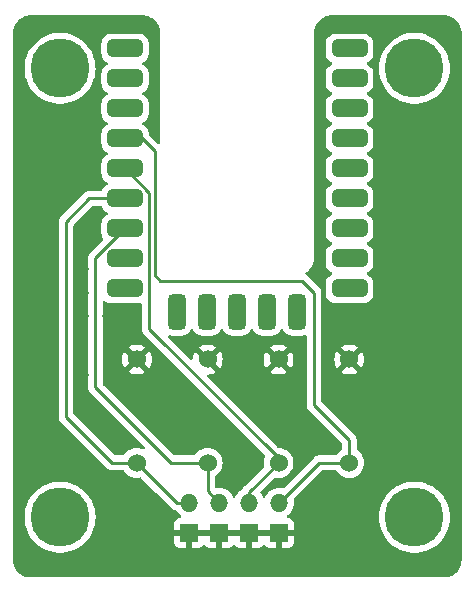
<source format=gbr>
%TF.GenerationSoftware,KiCad,Pcbnew,7.0.9*%
%TF.CreationDate,2025-02-12T23:41:43+09:00*%
%TF.ProjectId,hid_taiko_rp2040_lite,6869645f-7461-4696-9b6f-5f7270323034,rev?*%
%TF.SameCoordinates,Original*%
%TF.FileFunction,Copper,L1,Top*%
%TF.FilePolarity,Positive*%
%FSLAX46Y46*%
G04 Gerber Fmt 4.6, Leading zero omitted, Abs format (unit mm)*
G04 Created by KiCad (PCBNEW 7.0.9) date 2025-02-12 23:41:43*
%MOMM*%
%LPD*%
G01*
G04 APERTURE LIST*
G04 Aperture macros list*
%AMRoundRect*
0 Rectangle with rounded corners*
0 $1 Rounding radius*
0 $2 $3 $4 $5 $6 $7 $8 $9 X,Y pos of 4 corners*
0 Add a 4 corners polygon primitive as box body*
4,1,4,$2,$3,$4,$5,$6,$7,$8,$9,$2,$3,0*
0 Add four circle primitives for the rounded corners*
1,1,$1+$1,$2,$3*
1,1,$1+$1,$4,$5*
1,1,$1+$1,$6,$7*
1,1,$1+$1,$8,$9*
0 Add four rect primitives between the rounded corners*
20,1,$1+$1,$2,$3,$4,$5,0*
20,1,$1+$1,$4,$5,$6,$7,0*
20,1,$1+$1,$6,$7,$8,$9,0*
20,1,$1+$1,$8,$9,$2,$3,0*%
G04 Aperture macros list end*
%TA.AperFunction,ComponentPad*%
%ADD10C,1.524000*%
%TD*%
%TA.AperFunction,ComponentPad*%
%ADD11C,5.000000*%
%TD*%
%TA.AperFunction,ComponentPad*%
%ADD12R,1.524000X1.524000*%
%TD*%
%TA.AperFunction,ComponentPad*%
%ADD13O,1.524000X1.524000*%
%TD*%
%TA.AperFunction,SMDPad,CuDef*%
%ADD14RoundRect,0.375000X-1.125000X-0.375000X1.125000X-0.375000X1.125000X0.375000X-1.125000X0.375000X0*%
%TD*%
%TA.AperFunction,SMDPad,CuDef*%
%ADD15RoundRect,0.375000X0.375000X-1.125000X0.375000X1.125000X-0.375000X1.125000X-0.375000X-1.125000X0*%
%TD*%
%TA.AperFunction,ViaPad*%
%ADD16C,0.800000*%
%TD*%
%TA.AperFunction,Conductor*%
%ADD17C,0.250000*%
%TD*%
G04 APERTURE END LIST*
D10*
%TO.P,U6,1,1*%
%TO.N,Net-(U2-3_b)*%
X149500000Y-77400000D03*
%TO.P,U6,2,2*%
%TO.N,Net-(U3-GND)*%
X149500000Y-68650000D03*
%TD*%
D11*
%TO.P,J2,1*%
%TO.N,N/C*%
X131000000Y-44000000D03*
%TD*%
%TO.P,J2,1*%
%TO.N,N/C*%
X161000000Y-44000000D03*
%TD*%
%TO.P,J2,1*%
%TO.N,N/C*%
X161000000Y-82000000D03*
%TD*%
D12*
%TO.P,U2,1,1*%
%TO.N,Net-(U3-GND)*%
X141930000Y-83320000D03*
%TO.P,U2,2,2*%
X144470000Y-83320000D03*
%TO.P,U2,3,3*%
X147010000Y-83320000D03*
%TO.P,U2,4,4*%
X149550000Y-83320000D03*
D13*
%TO.P,U2,5,1_b*%
%TO.N,Net-(U2-1_b)*%
X141930000Y-80780000D03*
%TO.P,U2,6,2_b*%
%TO.N,Net-(U2-2_b)*%
X144470000Y-80780000D03*
%TO.P,U2,7,3_b*%
%TO.N,Net-(U2-3_b)*%
X147010000Y-80780000D03*
%TO.P,U2,8,4_b*%
%TO.N,Net-(U2-4_b)*%
X149550000Y-80780000D03*
%TD*%
D14*
%TO.P,U3,0,0*%
%TO.N,unconnected-(U3-Pad0)*%
X155510000Y-42320000D03*
%TO.P,U3,1,1*%
%TO.N,unconnected-(U3-Pad1)*%
X155510000Y-44860000D03*
%TO.P,U3,2,2*%
%TO.N,unconnected-(U3-Pad2)*%
X155510000Y-47400000D03*
%TO.P,U3,3,3*%
%TO.N,unconnected-(U3-Pad3)*%
X155510000Y-49940000D03*
%TO.P,U3,4,4*%
%TO.N,unconnected-(U3-Pad4)*%
X155510000Y-52480000D03*
%TO.P,U3,5,5*%
%TO.N,unconnected-(U3-Pad5)*%
X155510000Y-55020000D03*
%TO.P,U3,6,6*%
%TO.N,unconnected-(U3-Pad6)*%
X155510000Y-57560000D03*
%TO.P,U3,7*%
%TO.N,N/C*%
X155510000Y-60100000D03*
%TO.P,U3,8,8*%
%TO.N,unconnected-(U3-Pad8)*%
X155510000Y-62640000D03*
D15*
%TO.P,U3,9,9*%
%TO.N,unconnected-(U3-Pad9)*%
X151060000Y-64620000D03*
%TO.P,U3,10,10*%
%TO.N,unconnected-(U3-Pad10)*%
X148520000Y-64620000D03*
%TO.P,U3,11,11*%
%TO.N,unconnected-(U3-Pad11)*%
X145980000Y-64620000D03*
%TO.P,U3,12,12*%
%TO.N,unconnected-(U3-Pad12)*%
X143440000Y-64620000D03*
%TO.P,U3,13,13*%
%TO.N,unconnected-(U3-Pad13)*%
X140900000Y-64620000D03*
D14*
%TO.P,U3,14,14*%
%TO.N,unconnected-(U3-Pad14)*%
X136510000Y-62640000D03*
%TO.P,U3,15,15*%
%TO.N,unconnected-(U3-Pad15)*%
X136510000Y-60100000D03*
%TO.P,U3,26,ADC0*%
%TO.N,Net-(U2-2_b)*%
X136510000Y-57560000D03*
%TO.P,U3,27,ADC1*%
%TO.N,Net-(U2-1_b)*%
X136510000Y-55020000D03*
%TO.P,U3,28,ADC2*%
%TO.N,Net-(U2-3_b)*%
X136510000Y-52480000D03*
%TO.P,U3,29,ADC3*%
%TO.N,Net-(U2-4_b)*%
X136510000Y-49940000D03*
%TO.P,U3,30,3V*%
%TO.N,unconnected-(U3-3V-Pad30)*%
X136510000Y-47400000D03*
%TO.P,U3,31,GND*%
%TO.N,Net-(U3-GND)*%
X136510000Y-44860000D03*
%TO.P,U3,32,5V*%
%TO.N,unconnected-(U3-5V-Pad32)*%
X136510000Y-42320000D03*
%TD*%
D10*
%TO.P,U8,1,1*%
%TO.N,Net-(U2-1_b)*%
X137500000Y-77400000D03*
%TO.P,U8,2,2*%
%TO.N,Net-(U3-GND)*%
X137500000Y-68650000D03*
%TD*%
%TO.P,U7,1,1*%
%TO.N,Net-(U2-2_b)*%
X143500000Y-77400000D03*
%TO.P,U7,2,2*%
%TO.N,Net-(U3-GND)*%
X143500000Y-68650000D03*
%TD*%
D11*
%TO.P,J2,1*%
%TO.N,N/C*%
X131000000Y-82000000D03*
%TD*%
D10*
%TO.P,U5,1,1*%
%TO.N,Net-(U2-4_b)*%
X155500000Y-77400000D03*
%TO.P,U5,2,2*%
%TO.N,Net-(U3-GND)*%
X155500000Y-68650000D03*
%TD*%
D16*
%TO.N,Net-(U3-GND)*%
X143000000Y-85000000D03*
X152000000Y-75000000D03*
X136500000Y-45000000D03*
X137000000Y-80000000D03*
X158000000Y-41000000D03*
X157000000Y-79000000D03*
X137000000Y-71000000D03*
X154000000Y-79000000D03*
X143000000Y-74000000D03*
X164000000Y-41000000D03*
X135000000Y-75000000D03*
X135000000Y-85000000D03*
X156000000Y-85000000D03*
X152000000Y-85000000D03*
X157000000Y-75000000D03*
X133000000Y-63000000D03*
X128000000Y-63000000D03*
X141000000Y-71000000D03*
X140000000Y-74000000D03*
X148000000Y-72000000D03*
X152000000Y-81000000D03*
X162000000Y-57000000D03*
X154000000Y-66000000D03*
X146000000Y-76000000D03*
X162000000Y-71000000D03*
X135000000Y-65000000D03*
X128000000Y-69000000D03*
X133000000Y-51000000D03*
X128000000Y-61000000D03*
X130000000Y-48000000D03*
X162000000Y-51000000D03*
X162000000Y-64000000D03*
X140000000Y-85000000D03*
X156000000Y-72000000D03*
X157000000Y-71000000D03*
X133000000Y-70000000D03*
X133000000Y-65000000D03*
X128000000Y-65000000D03*
X128000000Y-53000000D03*
X150000000Y-72000000D03*
X138000000Y-84000000D03*
X128000000Y-41000000D03*
X162000000Y-77000000D03*
X128000000Y-75000000D03*
X149000000Y-85000000D03*
X128000000Y-55000000D03*
X133000000Y-61000000D03*
X128000000Y-51000000D03*
X146000000Y-85000000D03*
X157000000Y-66000000D03*
X128000000Y-49000000D03*
X128000000Y-77000000D03*
X147000000Y-70000000D03*
X137000000Y-66000000D03*
X134000000Y-41000000D03*
X164000000Y-48000000D03*
X128000000Y-57000000D03*
X139000000Y-82000000D03*
X131000000Y-78000000D03*
X136000000Y-82000000D03*
X128000000Y-71000000D03*
X154000000Y-82000000D03*
X128000000Y-67000000D03*
X134000000Y-73000000D03*
X128000000Y-73000000D03*
X128000000Y-59000000D03*
X133000000Y-59000000D03*
%TD*%
D17*
%TO.N,Net-(U2-1_b)*%
X135400000Y-77400000D02*
X131500000Y-73500000D01*
X133480000Y-55020000D02*
X136510000Y-55020000D01*
X137500000Y-77400000D02*
X135400000Y-77400000D01*
X140880000Y-80780000D02*
X141930000Y-80780000D01*
X131500000Y-57000000D02*
X133480000Y-55020000D01*
X131500000Y-73500000D02*
X131500000Y-57000000D01*
X137500000Y-77400000D02*
X140880000Y-80780000D01*
%TO.N,Net-(U2-3_b)*%
X149500000Y-77400000D02*
X149500000Y-77000000D01*
X149500000Y-77400000D02*
X147010000Y-79890000D01*
X138550000Y-54520000D02*
X136510000Y-52480000D01*
X149500000Y-77000000D02*
X138550000Y-66050000D01*
X138550000Y-66050000D02*
X138550000Y-54520000D01*
X147010000Y-79890000D02*
X147010000Y-80780000D01*
%TO.N,Net-(U2-4_b)*%
X151500000Y-62000000D02*
X139500000Y-62000000D01*
X137940000Y-49940000D02*
X136510000Y-49940000D01*
X139500000Y-62000000D02*
X139000000Y-61500000D01*
X152500000Y-63000000D02*
X151500000Y-62000000D01*
X152930000Y-77400000D02*
X149550000Y-80780000D01*
X155500000Y-77400000D02*
X155500000Y-75500000D01*
X155500000Y-77400000D02*
X152930000Y-77400000D01*
X139000000Y-51000000D02*
X137940000Y-49940000D01*
X139000000Y-61500000D02*
X139000000Y-51000000D01*
X152500000Y-72500000D02*
X152500000Y-63000000D01*
X155500000Y-75500000D02*
X152500000Y-72500000D01*
%TO.N,Net-(U2-2_b)*%
X143500000Y-77400000D02*
X140400000Y-77400000D01*
X140400000Y-77400000D02*
X134000000Y-71000000D01*
X134000000Y-71000000D02*
X134000000Y-60070000D01*
X143500000Y-79810000D02*
X144470000Y-80780000D01*
X134000000Y-60070000D02*
X136510000Y-57560000D01*
X143500000Y-77400000D02*
X143500000Y-79810000D01*
%TD*%
%TA.AperFunction,Conductor*%
%TO.N,Net-(U3-GND)*%
G36*
X138002207Y-39500657D02*
G01*
X138069755Y-39505489D01*
X138216644Y-39517049D01*
X138224947Y-39518274D01*
X138319760Y-39538899D01*
X138436225Y-39566860D01*
X138443401Y-39569051D01*
X138539737Y-39604983D01*
X138617922Y-39637368D01*
X138645856Y-39648939D01*
X138651847Y-39651805D01*
X138742937Y-39701543D01*
X138745580Y-39703073D01*
X138840903Y-39761488D01*
X138845643Y-39764705D01*
X138929440Y-39827435D01*
X138932520Y-39829898D01*
X139016937Y-39901997D01*
X139020513Y-39905303D01*
X139094695Y-39979485D01*
X139098001Y-39983061D01*
X139170094Y-40067471D01*
X139172576Y-40070574D01*
X139235289Y-40154349D01*
X139238521Y-40159111D01*
X139296910Y-40254393D01*
X139298463Y-40257076D01*
X139348193Y-40348151D01*
X139351059Y-40354141D01*
X139395016Y-40460260D01*
X139430942Y-40556582D01*
X139433140Y-40563781D01*
X139461098Y-40680231D01*
X139481723Y-40775044D01*
X139482950Y-40783367D01*
X139494517Y-40930331D01*
X139499342Y-40997789D01*
X139499500Y-41002213D01*
X139499500Y-50315547D01*
X139479815Y-50382586D01*
X139427011Y-50428341D01*
X139357853Y-50438285D01*
X139294297Y-50409260D01*
X139287819Y-50403228D01*
X138546818Y-49662227D01*
X138513333Y-49600904D01*
X138510499Y-49574546D01*
X138510499Y-49488877D01*
X138507600Y-49446113D01*
X138507600Y-49446112D01*
X138507599Y-49446108D01*
X138461641Y-49261307D01*
X138459046Y-49256075D01*
X138377032Y-49090707D01*
X138377030Y-49090704D01*
X138257722Y-48942278D01*
X138257721Y-48942277D01*
X138109295Y-48822969D01*
X138109292Y-48822967D01*
X138024849Y-48781088D01*
X137973536Y-48733667D01*
X137956006Y-48666032D01*
X137977826Y-48599657D01*
X138024849Y-48558912D01*
X138109292Y-48517032D01*
X138109292Y-48517031D01*
X138109296Y-48517030D01*
X138257722Y-48397722D01*
X138377030Y-48249296D01*
X138461641Y-48078693D01*
X138507600Y-47893889D01*
X138510500Y-47851123D01*
X138510499Y-46948878D01*
X138507600Y-46906111D01*
X138461641Y-46721307D01*
X138459046Y-46716075D01*
X138377032Y-46550707D01*
X138377030Y-46550704D01*
X138257722Y-46402278D01*
X138257721Y-46402277D01*
X138109295Y-46282969D01*
X138024287Y-46240809D01*
X137972974Y-46193388D01*
X137955446Y-46125753D01*
X137977266Y-46059377D01*
X138024288Y-46018632D01*
X138109027Y-45976605D01*
X138257366Y-45857367D01*
X138257367Y-45857366D01*
X138376607Y-45709025D01*
X138376609Y-45709022D01*
X138461168Y-45538523D01*
X138507102Y-45353824D01*
X138510000Y-45311099D01*
X138510000Y-44408901D01*
X138507102Y-44366175D01*
X138461168Y-44181476D01*
X138376609Y-44010977D01*
X138376607Y-44010974D01*
X138257367Y-43862633D01*
X138257366Y-43862632D01*
X138109025Y-43743392D01*
X138024287Y-43701366D01*
X137972975Y-43653945D01*
X137955446Y-43586310D01*
X137977265Y-43519934D01*
X138024285Y-43479191D01*
X138109296Y-43437030D01*
X138257722Y-43317722D01*
X138377030Y-43169296D01*
X138461641Y-42998693D01*
X138507600Y-42813889D01*
X138510500Y-42771123D01*
X138510499Y-41868878D01*
X138507600Y-41826111D01*
X138461641Y-41641307D01*
X138435772Y-41589146D01*
X138377032Y-41470707D01*
X138377030Y-41470704D01*
X138257722Y-41322278D01*
X138257721Y-41322277D01*
X138109295Y-41202969D01*
X138109292Y-41202967D01*
X137938697Y-41118360D01*
X137753891Y-41072400D01*
X137711124Y-41069500D01*
X137711123Y-41069500D01*
X135308878Y-41069501D01*
X135308877Y-41069501D01*
X135266113Y-41072399D01*
X135266112Y-41072399D01*
X135081303Y-41118360D01*
X134910707Y-41202967D01*
X134910704Y-41202969D01*
X134762278Y-41322277D01*
X134762277Y-41322278D01*
X134642969Y-41470704D01*
X134642967Y-41470707D01*
X134558360Y-41641302D01*
X134512400Y-41826108D01*
X134509500Y-41868876D01*
X134509501Y-42771122D01*
X134509501Y-42771123D01*
X134512399Y-42813886D01*
X134512399Y-42813887D01*
X134512400Y-42813891D01*
X134551727Y-42972027D01*
X134558360Y-42998696D01*
X134642967Y-43169292D01*
X134642969Y-43169295D01*
X134762277Y-43317721D01*
X134762278Y-43317722D01*
X134910704Y-43437030D01*
X134910707Y-43437032D01*
X134995711Y-43479190D01*
X135047024Y-43526611D01*
X135064553Y-43594246D01*
X135042734Y-43660621D01*
X134995712Y-43701366D01*
X134910974Y-43743392D01*
X134762633Y-43862632D01*
X134762632Y-43862633D01*
X134643392Y-44010974D01*
X134643390Y-44010977D01*
X134558831Y-44181476D01*
X134512897Y-44366175D01*
X134510000Y-44408901D01*
X134510000Y-45311099D01*
X134512897Y-45353824D01*
X134558831Y-45538523D01*
X134643390Y-45709022D01*
X134643392Y-45709025D01*
X134762632Y-45857366D01*
X134762633Y-45857367D01*
X134910974Y-45976607D01*
X134910977Y-45976609D01*
X134995711Y-46018633D01*
X135047024Y-46066054D01*
X135064554Y-46133689D01*
X135042734Y-46200064D01*
X134995712Y-46240809D01*
X134910704Y-46282969D01*
X134762278Y-46402277D01*
X134762277Y-46402278D01*
X134642969Y-46550704D01*
X134642967Y-46550707D01*
X134558360Y-46721302D01*
X134512400Y-46906108D01*
X134509500Y-46948876D01*
X134509501Y-47851122D01*
X134509501Y-47851123D01*
X134512399Y-47893886D01*
X134512399Y-47893887D01*
X134558360Y-48078696D01*
X134642967Y-48249292D01*
X134642969Y-48249295D01*
X134762277Y-48397721D01*
X134762278Y-48397722D01*
X134910704Y-48517030D01*
X134995151Y-48558912D01*
X135046463Y-48606333D01*
X135063992Y-48673968D01*
X135042173Y-48740343D01*
X134995151Y-48781088D01*
X134910704Y-48822969D01*
X134762278Y-48942277D01*
X134762277Y-48942278D01*
X134642969Y-49090704D01*
X134642967Y-49090707D01*
X134558360Y-49261302D01*
X134512400Y-49446108D01*
X134509500Y-49488876D01*
X134509501Y-50391122D01*
X134509501Y-50391123D01*
X134512399Y-50433886D01*
X134512399Y-50433887D01*
X134558360Y-50618696D01*
X134642967Y-50789292D01*
X134642969Y-50789295D01*
X134762277Y-50937721D01*
X134762278Y-50937722D01*
X134910704Y-51057030D01*
X134995151Y-51098912D01*
X135046463Y-51146333D01*
X135063992Y-51213968D01*
X135042173Y-51280343D01*
X134995151Y-51321088D01*
X134910704Y-51362969D01*
X134762278Y-51482277D01*
X134762277Y-51482278D01*
X134642969Y-51630704D01*
X134642967Y-51630707D01*
X134558360Y-51801302D01*
X134512400Y-51986108D01*
X134509500Y-52028876D01*
X134509501Y-52931122D01*
X134509501Y-52931123D01*
X134512399Y-52973886D01*
X134512399Y-52973887D01*
X134558360Y-53158696D01*
X134642967Y-53329292D01*
X134642969Y-53329295D01*
X134762277Y-53477721D01*
X134762278Y-53477722D01*
X134910704Y-53597030D01*
X134995151Y-53638912D01*
X135046463Y-53686333D01*
X135063992Y-53753968D01*
X135042173Y-53820343D01*
X134995151Y-53861088D01*
X134910704Y-53902969D01*
X134762278Y-54022277D01*
X134762277Y-54022278D01*
X134642969Y-54170704D01*
X134642967Y-54170707D01*
X134566152Y-54325594D01*
X134518731Y-54376907D01*
X134455064Y-54394500D01*
X133562743Y-54394500D01*
X133547122Y-54392775D01*
X133547096Y-54393061D01*
X133539334Y-54392327D01*
X133539333Y-54392327D01*
X133470186Y-54394500D01*
X133440649Y-54394500D01*
X133433766Y-54395369D01*
X133427949Y-54395826D01*
X133381373Y-54397290D01*
X133362129Y-54402881D01*
X133343079Y-54406825D01*
X133323211Y-54409334D01*
X133279884Y-54426488D01*
X133274358Y-54428379D01*
X133229614Y-54441379D01*
X133229610Y-54441381D01*
X133212366Y-54451579D01*
X133194905Y-54460133D01*
X133176274Y-54467510D01*
X133176262Y-54467517D01*
X133138570Y-54494902D01*
X133133687Y-54498109D01*
X133093580Y-54521829D01*
X133079414Y-54535995D01*
X133064624Y-54548627D01*
X133048414Y-54560404D01*
X133048411Y-54560407D01*
X133018710Y-54596309D01*
X133014777Y-54600631D01*
X131116208Y-56499199D01*
X131103951Y-56509020D01*
X131104134Y-56509241D01*
X131098123Y-56514213D01*
X131050772Y-56564636D01*
X131029889Y-56585519D01*
X131029877Y-56585532D01*
X131025621Y-56591017D01*
X131021837Y-56595447D01*
X130989937Y-56629418D01*
X130989936Y-56629420D01*
X130980284Y-56646976D01*
X130969610Y-56663226D01*
X130957329Y-56679061D01*
X130957324Y-56679068D01*
X130938815Y-56721838D01*
X130936245Y-56727084D01*
X130913803Y-56767906D01*
X130908822Y-56787307D01*
X130902521Y-56805710D01*
X130894562Y-56824102D01*
X130894561Y-56824105D01*
X130887271Y-56870127D01*
X130886087Y-56875846D01*
X130874501Y-56920972D01*
X130874500Y-56920982D01*
X130874500Y-56941016D01*
X130872973Y-56960415D01*
X130869840Y-56980194D01*
X130869840Y-56980195D01*
X130874225Y-57026583D01*
X130874500Y-57032421D01*
X130874500Y-73417255D01*
X130872775Y-73432872D01*
X130873061Y-73432899D01*
X130872326Y-73440665D01*
X130874500Y-73509814D01*
X130874500Y-73539343D01*
X130874501Y-73539360D01*
X130875368Y-73546231D01*
X130875826Y-73552050D01*
X130877290Y-73598624D01*
X130877291Y-73598627D01*
X130882880Y-73617867D01*
X130886824Y-73636911D01*
X130889336Y-73656791D01*
X130906490Y-73700119D01*
X130908382Y-73705647D01*
X130921381Y-73750388D01*
X130931580Y-73767634D01*
X130940138Y-73785103D01*
X130947514Y-73803732D01*
X130974898Y-73841423D01*
X130978106Y-73846307D01*
X131001827Y-73886416D01*
X131001833Y-73886424D01*
X131015990Y-73900580D01*
X131028628Y-73915376D01*
X131040405Y-73931586D01*
X131040406Y-73931587D01*
X131076309Y-73961288D01*
X131080620Y-73965210D01*
X133946988Y-76831579D01*
X134899197Y-77783788D01*
X134909022Y-77796051D01*
X134909243Y-77795869D01*
X134914214Y-77801878D01*
X134940217Y-77826295D01*
X134964635Y-77849226D01*
X134985529Y-77870120D01*
X134991011Y-77874373D01*
X134995443Y-77878157D01*
X135029418Y-77910062D01*
X135046976Y-77919714D01*
X135063233Y-77930393D01*
X135079064Y-77942673D01*
X135098737Y-77951186D01*
X135121833Y-77961182D01*
X135127073Y-77963748D01*
X135167908Y-77986197D01*
X135180523Y-77989435D01*
X135187305Y-77991177D01*
X135205719Y-77997481D01*
X135224104Y-78005438D01*
X135270157Y-78012732D01*
X135275826Y-78013906D01*
X135320981Y-78025500D01*
X135341016Y-78025500D01*
X135360413Y-78027026D01*
X135380196Y-78030160D01*
X135426584Y-78025775D01*
X135432422Y-78025500D01*
X136332200Y-78025500D01*
X136399239Y-78045185D01*
X136433775Y-78078376D01*
X136529174Y-78214620D01*
X136529175Y-78214621D01*
X136685378Y-78370824D01*
X136685384Y-78370829D01*
X136866333Y-78497531D01*
X136866335Y-78497532D01*
X136866338Y-78497534D01*
X137066550Y-78590894D01*
X137279932Y-78648070D01*
X137437123Y-78661822D01*
X137499998Y-78667323D01*
X137500000Y-78667323D01*
X137500002Y-78667323D01*
X137555017Y-78662509D01*
X137720068Y-78648070D01*
X137764022Y-78636292D01*
X137833870Y-78637955D01*
X137883795Y-78668385D01*
X139152642Y-79937233D01*
X140379197Y-81163788D01*
X140389022Y-81176051D01*
X140389243Y-81175869D01*
X140394214Y-81181878D01*
X140420217Y-81206295D01*
X140444635Y-81229226D01*
X140465529Y-81250120D01*
X140471011Y-81254373D01*
X140475443Y-81258157D01*
X140509418Y-81290062D01*
X140526976Y-81299714D01*
X140543233Y-81310393D01*
X140559064Y-81322673D01*
X140578737Y-81331186D01*
X140601833Y-81341182D01*
X140607077Y-81343750D01*
X140647908Y-81366197D01*
X140660523Y-81369435D01*
X140667305Y-81371177D01*
X140685719Y-81377481D01*
X140704104Y-81385438D01*
X140750157Y-81392731D01*
X140755831Y-81393907D01*
X140787974Y-81402160D01*
X140848009Y-81437898D01*
X140858708Y-81451140D01*
X140959170Y-81594615D01*
X140959175Y-81594621D01*
X141115378Y-81750824D01*
X141115384Y-81750829D01*
X141231915Y-81832425D01*
X141275540Y-81887002D01*
X141282734Y-81956500D01*
X141251211Y-82018855D01*
X141190981Y-82054269D01*
X141160792Y-82058000D01*
X141120155Y-82058000D01*
X141060627Y-82064401D01*
X141060620Y-82064403D01*
X140925913Y-82114645D01*
X140925906Y-82114649D01*
X140810812Y-82200809D01*
X140810809Y-82200812D01*
X140724649Y-82315906D01*
X140724645Y-82315913D01*
X140674403Y-82450620D01*
X140674401Y-82450627D01*
X140668000Y-82510155D01*
X140668000Y-83070000D01*
X141435148Y-83070000D01*
X141386441Y-83207047D01*
X141376123Y-83357886D01*
X141406884Y-83505915D01*
X141440090Y-83570000D01*
X140668000Y-83570000D01*
X140668000Y-84129844D01*
X140674401Y-84189372D01*
X140674403Y-84189379D01*
X140724645Y-84324086D01*
X140724649Y-84324093D01*
X140810809Y-84439187D01*
X140810812Y-84439190D01*
X140925906Y-84525350D01*
X140925913Y-84525354D01*
X141060620Y-84575596D01*
X141060627Y-84575598D01*
X141120155Y-84581999D01*
X141120172Y-84582000D01*
X141680000Y-84582000D01*
X141680000Y-83811683D01*
X141708819Y-83829209D01*
X141854404Y-83870000D01*
X141967622Y-83870000D01*
X142079783Y-83854584D01*
X142180000Y-83811053D01*
X142180000Y-84582000D01*
X142739828Y-84582000D01*
X142739844Y-84581999D01*
X142799372Y-84575598D01*
X142799379Y-84575596D01*
X142934086Y-84525354D01*
X142934093Y-84525350D01*
X143049186Y-84439191D01*
X143100733Y-84370334D01*
X143156667Y-84328463D01*
X143226359Y-84323479D01*
X143287682Y-84356964D01*
X143299267Y-84370334D01*
X143350813Y-84439191D01*
X143465906Y-84525350D01*
X143465913Y-84525354D01*
X143600620Y-84575596D01*
X143600627Y-84575598D01*
X143660155Y-84581999D01*
X143660172Y-84582000D01*
X144220000Y-84582000D01*
X144220000Y-83811683D01*
X144248819Y-83829209D01*
X144394404Y-83870000D01*
X144507622Y-83870000D01*
X144619783Y-83854584D01*
X144720000Y-83811053D01*
X144720000Y-84582000D01*
X145279828Y-84582000D01*
X145279844Y-84581999D01*
X145339372Y-84575598D01*
X145339379Y-84575596D01*
X145474086Y-84525354D01*
X145474093Y-84525350D01*
X145589186Y-84439191D01*
X145640733Y-84370334D01*
X145696667Y-84328463D01*
X145766359Y-84323479D01*
X145827682Y-84356964D01*
X145839267Y-84370334D01*
X145890813Y-84439191D01*
X146005906Y-84525350D01*
X146005913Y-84525354D01*
X146140620Y-84575596D01*
X146140627Y-84575598D01*
X146200155Y-84581999D01*
X146200172Y-84582000D01*
X146760000Y-84582000D01*
X146760000Y-83811683D01*
X146788819Y-83829209D01*
X146934404Y-83870000D01*
X147047622Y-83870000D01*
X147159783Y-83854584D01*
X147260000Y-83811053D01*
X147260000Y-84582000D01*
X147819828Y-84582000D01*
X147819844Y-84581999D01*
X147879372Y-84575598D01*
X147879379Y-84575596D01*
X148014086Y-84525354D01*
X148014093Y-84525350D01*
X148129186Y-84439191D01*
X148180733Y-84370334D01*
X148236667Y-84328463D01*
X148306359Y-84323479D01*
X148367682Y-84356964D01*
X148379267Y-84370334D01*
X148430813Y-84439191D01*
X148545906Y-84525350D01*
X148545913Y-84525354D01*
X148680620Y-84575596D01*
X148680627Y-84575598D01*
X148740155Y-84581999D01*
X148740172Y-84582000D01*
X149300000Y-84582000D01*
X149300000Y-83811683D01*
X149328819Y-83829209D01*
X149474404Y-83870000D01*
X149587622Y-83870000D01*
X149699783Y-83854584D01*
X149800000Y-83811053D01*
X149800000Y-84582000D01*
X150359828Y-84582000D01*
X150359844Y-84581999D01*
X150419372Y-84575598D01*
X150419379Y-84575596D01*
X150554086Y-84525354D01*
X150554093Y-84525350D01*
X150669187Y-84439190D01*
X150669190Y-84439187D01*
X150755350Y-84324093D01*
X150755354Y-84324086D01*
X150805596Y-84189379D01*
X150805598Y-84189372D01*
X150811999Y-84129844D01*
X150812000Y-84129827D01*
X150812000Y-83570000D01*
X150044852Y-83570000D01*
X150093559Y-83432953D01*
X150103877Y-83282114D01*
X150073116Y-83134085D01*
X150039910Y-83070000D01*
X150812000Y-83070000D01*
X150812000Y-82510172D01*
X150811999Y-82510155D01*
X150805598Y-82450627D01*
X150805596Y-82450620D01*
X150755354Y-82315913D01*
X150755350Y-82315906D01*
X150669190Y-82200812D01*
X150669187Y-82200809D01*
X150554093Y-82114649D01*
X150554086Y-82114645D01*
X150419379Y-82064403D01*
X150419372Y-82064401D01*
X150359844Y-82058000D01*
X150319208Y-82058000D01*
X150252169Y-82038315D01*
X150218971Y-82000003D01*
X157994415Y-82000003D01*
X158014738Y-82348927D01*
X158014739Y-82348938D01*
X158075428Y-82693127D01*
X158075430Y-82693134D01*
X158175674Y-83027972D01*
X158314107Y-83348895D01*
X158314113Y-83348908D01*
X158488870Y-83651597D01*
X158697584Y-83931949D01*
X158697589Y-83931955D01*
X158821463Y-84063253D01*
X158937442Y-84186183D01*
X159101065Y-84323479D01*
X159205186Y-84410847D01*
X159205194Y-84410853D01*
X159497203Y-84602911D01*
X159497207Y-84602913D01*
X159809549Y-84759777D01*
X160137989Y-84879319D01*
X160478086Y-84959923D01*
X160825241Y-85000500D01*
X160825248Y-85000500D01*
X161174752Y-85000500D01*
X161174759Y-85000500D01*
X161521914Y-84959923D01*
X161862011Y-84879319D01*
X162190451Y-84759777D01*
X162502793Y-84602913D01*
X162794811Y-84410849D01*
X163062558Y-84186183D01*
X163302412Y-83931953D01*
X163511130Y-83651596D01*
X163685889Y-83348904D01*
X163824326Y-83027971D01*
X163924569Y-82693136D01*
X163985262Y-82348927D01*
X164005585Y-82000000D01*
X163985262Y-81651073D01*
X163943401Y-81413666D01*
X163924571Y-81306872D01*
X163924569Y-81306865D01*
X163924569Y-81306864D01*
X163824326Y-80972029D01*
X163685889Y-80651096D01*
X163511130Y-80348404D01*
X163494871Y-80326564D01*
X163302415Y-80068050D01*
X163302410Y-80068044D01*
X163127168Y-79882300D01*
X163062558Y-79813817D01*
X162906020Y-79682466D01*
X162794813Y-79589152D01*
X162794805Y-79589146D01*
X162502796Y-79397088D01*
X162190458Y-79240226D01*
X162190452Y-79240223D01*
X161862012Y-79120681D01*
X161862009Y-79120680D01*
X161521915Y-79040077D01*
X161478519Y-79035004D01*
X161174759Y-78999500D01*
X160825241Y-78999500D01*
X160521480Y-79035004D01*
X160478085Y-79040077D01*
X160478083Y-79040077D01*
X160137990Y-79120680D01*
X160137987Y-79120681D01*
X159809547Y-79240223D01*
X159809541Y-79240226D01*
X159497203Y-79397088D01*
X159205194Y-79589146D01*
X159205186Y-79589152D01*
X158937442Y-79813817D01*
X158937440Y-79813819D01*
X158697589Y-80068044D01*
X158697584Y-80068050D01*
X158488870Y-80348402D01*
X158314113Y-80651091D01*
X158314107Y-80651104D01*
X158175674Y-80972027D01*
X158075430Y-81306865D01*
X158075428Y-81306872D01*
X158014739Y-81651061D01*
X158014738Y-81651072D01*
X157994415Y-81999996D01*
X157994415Y-82000003D01*
X150218971Y-82000003D01*
X150206414Y-81985511D01*
X150196470Y-81916353D01*
X150225495Y-81852797D01*
X150248085Y-81832425D01*
X150300864Y-81795468D01*
X150364620Y-81750826D01*
X150520826Y-81594620D01*
X150647534Y-81413662D01*
X150740894Y-81213450D01*
X150798070Y-81000068D01*
X150817323Y-80780000D01*
X150798070Y-80559932D01*
X150786292Y-80515976D01*
X150787955Y-80446126D01*
X150818384Y-80396204D01*
X153152772Y-78061819D01*
X153214095Y-78028334D01*
X153240453Y-78025500D01*
X154332200Y-78025500D01*
X154399239Y-78045185D01*
X154433775Y-78078376D01*
X154529174Y-78214620D01*
X154529175Y-78214621D01*
X154685378Y-78370824D01*
X154685384Y-78370829D01*
X154866333Y-78497531D01*
X154866335Y-78497532D01*
X154866338Y-78497534D01*
X155066550Y-78590894D01*
X155279932Y-78648070D01*
X155437123Y-78661822D01*
X155499998Y-78667323D01*
X155500000Y-78667323D01*
X155500002Y-78667323D01*
X155555017Y-78662509D01*
X155720068Y-78648070D01*
X155933450Y-78590894D01*
X156133662Y-78497534D01*
X156314620Y-78370826D01*
X156470826Y-78214620D01*
X156597534Y-78033662D01*
X156690894Y-77833450D01*
X156748070Y-77620068D01*
X156767323Y-77400000D01*
X156748070Y-77179932D01*
X156690894Y-76966550D01*
X156597534Y-76766339D01*
X156470826Y-76585380D01*
X156314620Y-76429174D01*
X156178376Y-76333775D01*
X156134752Y-76279198D01*
X156125500Y-76232200D01*
X156125500Y-75582742D01*
X156127224Y-75567122D01*
X156126939Y-75567095D01*
X156127673Y-75559333D01*
X156125500Y-75490172D01*
X156125500Y-75460656D01*
X156125500Y-75460650D01*
X156124631Y-75453779D01*
X156124173Y-75447952D01*
X156122710Y-75401373D01*
X156117119Y-75382130D01*
X156113173Y-75363078D01*
X156110664Y-75343208D01*
X156093504Y-75299867D01*
X156091624Y-75294379D01*
X156078618Y-75249610D01*
X156068422Y-75232370D01*
X156059861Y-75214894D01*
X156052487Y-75196270D01*
X156052486Y-75196268D01*
X156025079Y-75158545D01*
X156021888Y-75153686D01*
X155998172Y-75113583D01*
X155998165Y-75113574D01*
X155984006Y-75099415D01*
X155971368Y-75084619D01*
X155959594Y-75068413D01*
X155923688Y-75038709D01*
X155919376Y-75034786D01*
X153161819Y-72277228D01*
X153128334Y-72215905D01*
X153125500Y-72189547D01*
X153125500Y-68650000D01*
X154233179Y-68650000D01*
X154252424Y-68869976D01*
X154252426Y-68869986D01*
X154309575Y-69083270D01*
X154309580Y-69083284D01*
X154402899Y-69283407D01*
X154402900Y-69283409D01*
X154448258Y-69348187D01*
X155115096Y-68681349D01*
X155115051Y-68681898D01*
X155146266Y-68805162D01*
X155215813Y-68911612D01*
X155316157Y-68989713D01*
X155436422Y-69031000D01*
X155472553Y-69031000D01*
X154801811Y-69701741D01*
X154866582Y-69747094D01*
X154866592Y-69747100D01*
X155066715Y-69840419D01*
X155066729Y-69840424D01*
X155280013Y-69897573D01*
X155280023Y-69897575D01*
X155499999Y-69916821D01*
X155500001Y-69916821D01*
X155719976Y-69897575D01*
X155719986Y-69897573D01*
X155933270Y-69840424D01*
X155933284Y-69840419D01*
X156133408Y-69747100D01*
X156133420Y-69747093D01*
X156198186Y-69701742D01*
X156198187Y-69701740D01*
X155527448Y-69031000D01*
X155531569Y-69031000D01*
X155625421Y-69015339D01*
X155737251Y-68954820D01*
X155823371Y-68861269D01*
X155874448Y-68744823D01*
X155880105Y-68676552D01*
X156551740Y-69348187D01*
X156551742Y-69348186D01*
X156597093Y-69283420D01*
X156597100Y-69283408D01*
X156690419Y-69083284D01*
X156690424Y-69083270D01*
X156747573Y-68869986D01*
X156747575Y-68869976D01*
X156766821Y-68650000D01*
X156766821Y-68649999D01*
X156747575Y-68430023D01*
X156747573Y-68430013D01*
X156690424Y-68216729D01*
X156690420Y-68216720D01*
X156597098Y-68016590D01*
X156551740Y-67951811D01*
X155884903Y-68618648D01*
X155884949Y-68618102D01*
X155853734Y-68494838D01*
X155784187Y-68388388D01*
X155683843Y-68310287D01*
X155563578Y-68269000D01*
X155527447Y-68269000D01*
X156198187Y-67598258D01*
X156133409Y-67552900D01*
X156133407Y-67552899D01*
X155933284Y-67459580D01*
X155933270Y-67459575D01*
X155719986Y-67402426D01*
X155719976Y-67402424D01*
X155500001Y-67383179D01*
X155499999Y-67383179D01*
X155280023Y-67402424D01*
X155280013Y-67402426D01*
X155066729Y-67459575D01*
X155066720Y-67459579D01*
X154866586Y-67552903D01*
X154801812Y-67598257D01*
X154801811Y-67598258D01*
X155472554Y-68269000D01*
X155468431Y-68269000D01*
X155374579Y-68284661D01*
X155262749Y-68345180D01*
X155176629Y-68438731D01*
X155125552Y-68555177D01*
X155119894Y-68623447D01*
X154448258Y-67951811D01*
X154448257Y-67951812D01*
X154402903Y-68016586D01*
X154309579Y-68216720D01*
X154309575Y-68216729D01*
X154252426Y-68430013D01*
X154252424Y-68430023D01*
X154233179Y-68649999D01*
X154233179Y-68650000D01*
X153125500Y-68650000D01*
X153125500Y-63082742D01*
X153127224Y-63067122D01*
X153126939Y-63067095D01*
X153127673Y-63059333D01*
X153125500Y-62990172D01*
X153125500Y-62960656D01*
X153125500Y-62960650D01*
X153124631Y-62953779D01*
X153124173Y-62947952D01*
X153122710Y-62901373D01*
X153117119Y-62882130D01*
X153113173Y-62863078D01*
X153110664Y-62843208D01*
X153093504Y-62799867D01*
X153091624Y-62794379D01*
X153078618Y-62749610D01*
X153068422Y-62732370D01*
X153059861Y-62714894D01*
X153052487Y-62696270D01*
X153052486Y-62696268D01*
X153025079Y-62658545D01*
X153021888Y-62653686D01*
X152998172Y-62613583D01*
X152998165Y-62613574D01*
X152984006Y-62599415D01*
X152971368Y-62584619D01*
X152959594Y-62568413D01*
X152928479Y-62542673D01*
X152923688Y-62538709D01*
X152919376Y-62534786D01*
X152573466Y-62188876D01*
X153509500Y-62188876D01*
X153509501Y-63091122D01*
X153509501Y-63091123D01*
X153512399Y-63133886D01*
X153512399Y-63133887D01*
X153558360Y-63318696D01*
X153642967Y-63489292D01*
X153642969Y-63489295D01*
X153762277Y-63637721D01*
X153762278Y-63637722D01*
X153910704Y-63757030D01*
X153910707Y-63757032D01*
X154081302Y-63841639D01*
X154081303Y-63841639D01*
X154081307Y-63841641D01*
X154266111Y-63887600D01*
X154305520Y-63890272D01*
X154308876Y-63890500D01*
X154308876Y-63890499D01*
X154308877Y-63890500D01*
X156711122Y-63890499D01*
X156711123Y-63890499D01*
X156721813Y-63889774D01*
X156753889Y-63887600D01*
X156938693Y-63841641D01*
X157109296Y-63757030D01*
X157257722Y-63637722D01*
X157377030Y-63489296D01*
X157461641Y-63318693D01*
X157507600Y-63133889D01*
X157510500Y-63091123D01*
X157510499Y-62188878D01*
X157507600Y-62146111D01*
X157461641Y-61961307D01*
X157394500Y-61825929D01*
X157377032Y-61790707D01*
X157377030Y-61790704D01*
X157257722Y-61642278D01*
X157257721Y-61642277D01*
X157109295Y-61522969D01*
X157109292Y-61522967D01*
X157024849Y-61481088D01*
X156973536Y-61433667D01*
X156956006Y-61366032D01*
X156977826Y-61299657D01*
X157024849Y-61258912D01*
X157109292Y-61217032D01*
X157109292Y-61217031D01*
X157109296Y-61217030D01*
X157257722Y-61097722D01*
X157377030Y-60949296D01*
X157461641Y-60778693D01*
X157507600Y-60593889D01*
X157510500Y-60551123D01*
X157510499Y-59648878D01*
X157507600Y-59606111D01*
X157461641Y-59421307D01*
X157459046Y-59416075D01*
X157377032Y-59250707D01*
X157377030Y-59250704D01*
X157257722Y-59102278D01*
X157257721Y-59102277D01*
X157109295Y-58982969D01*
X157109292Y-58982967D01*
X157024849Y-58941088D01*
X156973536Y-58893667D01*
X156956006Y-58826032D01*
X156977826Y-58759657D01*
X157024849Y-58718912D01*
X157109292Y-58677032D01*
X157109292Y-58677031D01*
X157109296Y-58677030D01*
X157257722Y-58557722D01*
X157377030Y-58409296D01*
X157461641Y-58238693D01*
X157507600Y-58053889D01*
X157510500Y-58011123D01*
X157510499Y-57108878D01*
X157507600Y-57066111D01*
X157461641Y-56881307D01*
X157433270Y-56824102D01*
X157377032Y-56710707D01*
X157377030Y-56710704D01*
X157257722Y-56562278D01*
X157257721Y-56562277D01*
X157109295Y-56442969D01*
X157109292Y-56442967D01*
X157024849Y-56401088D01*
X156973536Y-56353667D01*
X156956006Y-56286032D01*
X156977826Y-56219657D01*
X157024849Y-56178912D01*
X157109292Y-56137032D01*
X157109292Y-56137031D01*
X157109296Y-56137030D01*
X157257722Y-56017722D01*
X157377030Y-55869296D01*
X157461641Y-55698693D01*
X157507600Y-55513889D01*
X157510500Y-55471123D01*
X157510499Y-54568878D01*
X157507600Y-54526111D01*
X157461641Y-54341307D01*
X157453848Y-54325594D01*
X157377032Y-54170707D01*
X157377030Y-54170704D01*
X157257722Y-54022278D01*
X157257721Y-54022277D01*
X157109295Y-53902969D01*
X157109292Y-53902967D01*
X157024849Y-53861088D01*
X156973536Y-53813667D01*
X156956006Y-53746032D01*
X156977826Y-53679657D01*
X157024849Y-53638912D01*
X157109292Y-53597032D01*
X157109292Y-53597031D01*
X157109296Y-53597030D01*
X157257722Y-53477722D01*
X157377030Y-53329296D01*
X157461641Y-53158693D01*
X157507600Y-52973889D01*
X157510500Y-52931123D01*
X157510499Y-52028878D01*
X157507600Y-51986111D01*
X157461641Y-51801307D01*
X157459046Y-51796075D01*
X157377032Y-51630707D01*
X157377030Y-51630704D01*
X157257722Y-51482278D01*
X157257721Y-51482277D01*
X157109295Y-51362969D01*
X157109292Y-51362967D01*
X157024849Y-51321088D01*
X156973536Y-51273667D01*
X156956006Y-51206032D01*
X156977826Y-51139657D01*
X157024849Y-51098912D01*
X157109292Y-51057032D01*
X157109292Y-51057031D01*
X157109296Y-51057030D01*
X157257722Y-50937722D01*
X157377030Y-50789296D01*
X157461641Y-50618693D01*
X157507600Y-50433889D01*
X157510500Y-50391123D01*
X157510499Y-49488878D01*
X157507600Y-49446111D01*
X157461641Y-49261307D01*
X157459046Y-49256075D01*
X157377032Y-49090707D01*
X157377030Y-49090704D01*
X157257722Y-48942278D01*
X157257721Y-48942277D01*
X157109295Y-48822969D01*
X157109292Y-48822967D01*
X157024849Y-48781088D01*
X156973536Y-48733667D01*
X156956006Y-48666032D01*
X156977826Y-48599657D01*
X157024849Y-48558912D01*
X157109292Y-48517032D01*
X157109292Y-48517031D01*
X157109296Y-48517030D01*
X157257722Y-48397722D01*
X157377030Y-48249296D01*
X157461641Y-48078693D01*
X157507600Y-47893889D01*
X157510500Y-47851123D01*
X157510499Y-46948878D01*
X157507600Y-46906111D01*
X157461641Y-46721307D01*
X157459046Y-46716075D01*
X157377032Y-46550707D01*
X157377030Y-46550704D01*
X157257722Y-46402278D01*
X157257721Y-46402277D01*
X157109295Y-46282969D01*
X157109292Y-46282967D01*
X157024849Y-46241088D01*
X156973536Y-46193667D01*
X156956006Y-46126032D01*
X156977826Y-46059657D01*
X157024849Y-46018912D01*
X157109292Y-45977032D01*
X157109292Y-45977031D01*
X157109296Y-45977030D01*
X157257722Y-45857722D01*
X157377030Y-45709296D01*
X157461641Y-45538693D01*
X157507600Y-45353889D01*
X157510500Y-45311123D01*
X157510499Y-44408878D01*
X157507600Y-44366111D01*
X157461641Y-44181307D01*
X157459046Y-44176075D01*
X157377032Y-44010707D01*
X157377030Y-44010704D01*
X157368428Y-44000003D01*
X157994415Y-44000003D01*
X158014738Y-44348927D01*
X158014739Y-44348938D01*
X158075428Y-44693127D01*
X158075430Y-44693134D01*
X158175674Y-45027972D01*
X158314107Y-45348895D01*
X158314113Y-45348908D01*
X158488870Y-45651597D01*
X158697584Y-45931949D01*
X158697589Y-45931955D01*
X158821463Y-46063253D01*
X158937442Y-46186183D01*
X159113903Y-46334251D01*
X159205186Y-46410847D01*
X159205194Y-46410853D01*
X159497203Y-46602911D01*
X159497207Y-46602913D01*
X159809549Y-46759777D01*
X160137989Y-46879319D01*
X160478086Y-46959923D01*
X160825241Y-47000500D01*
X160825248Y-47000500D01*
X161174752Y-47000500D01*
X161174759Y-47000500D01*
X161521914Y-46959923D01*
X161862011Y-46879319D01*
X162190451Y-46759777D01*
X162502793Y-46602913D01*
X162794811Y-46410849D01*
X163062558Y-46186183D01*
X163302412Y-45931953D01*
X163511130Y-45651596D01*
X163685889Y-45348904D01*
X163824326Y-45027971D01*
X163924569Y-44693136D01*
X163985262Y-44348927D01*
X164004946Y-44010974D01*
X164005585Y-44000003D01*
X164005585Y-43999996D01*
X163997563Y-43862277D01*
X163985262Y-43651073D01*
X163954955Y-43479190D01*
X163924571Y-43306872D01*
X163924569Y-43306865D01*
X163883384Y-43169296D01*
X163824326Y-42972029D01*
X163685889Y-42651096D01*
X163511130Y-42348404D01*
X163511129Y-42348402D01*
X163302415Y-42068050D01*
X163302410Y-42068044D01*
X163114505Y-41868878D01*
X163062558Y-41813817D01*
X162914488Y-41689572D01*
X162794813Y-41589152D01*
X162794805Y-41589146D01*
X162502796Y-41397088D01*
X162190458Y-41240226D01*
X162190452Y-41240223D01*
X161862012Y-41120681D01*
X161862009Y-41120680D01*
X161521915Y-41040077D01*
X161478519Y-41035004D01*
X161174759Y-40999500D01*
X160825241Y-40999500D01*
X160521480Y-41035004D01*
X160478085Y-41040077D01*
X160478083Y-41040077D01*
X160137990Y-41120680D01*
X160137987Y-41120681D01*
X159809547Y-41240223D01*
X159809541Y-41240226D01*
X159497203Y-41397088D01*
X159205194Y-41589146D01*
X159205186Y-41589152D01*
X158937442Y-41813817D01*
X158937440Y-41813819D01*
X158697589Y-42068044D01*
X158697584Y-42068050D01*
X158488870Y-42348402D01*
X158314113Y-42651091D01*
X158314107Y-42651104D01*
X158175674Y-42972027D01*
X158075430Y-43306865D01*
X158075428Y-43306872D01*
X158014739Y-43651061D01*
X158014738Y-43651072D01*
X157994415Y-43999996D01*
X157994415Y-44000003D01*
X157368428Y-44000003D01*
X157257722Y-43862278D01*
X157257721Y-43862277D01*
X157109295Y-43742969D01*
X157109292Y-43742967D01*
X157024849Y-43701088D01*
X156973536Y-43653667D01*
X156956006Y-43586032D01*
X156977826Y-43519657D01*
X157024849Y-43478912D01*
X157109292Y-43437032D01*
X157109292Y-43437031D01*
X157109296Y-43437030D01*
X157257722Y-43317722D01*
X157377030Y-43169296D01*
X157461641Y-42998693D01*
X157507600Y-42813889D01*
X157510500Y-42771123D01*
X157510499Y-41868878D01*
X157507600Y-41826111D01*
X157461641Y-41641307D01*
X157435772Y-41589146D01*
X157377032Y-41470707D01*
X157377030Y-41470704D01*
X157257722Y-41322278D01*
X157257721Y-41322277D01*
X157109295Y-41202969D01*
X157109292Y-41202967D01*
X156938697Y-41118360D01*
X156753891Y-41072400D01*
X156711124Y-41069500D01*
X156711123Y-41069500D01*
X154308878Y-41069501D01*
X154308877Y-41069501D01*
X154266113Y-41072399D01*
X154266112Y-41072399D01*
X154081303Y-41118360D01*
X153910707Y-41202967D01*
X153910704Y-41202969D01*
X153762278Y-41322277D01*
X153762277Y-41322278D01*
X153642969Y-41470704D01*
X153642967Y-41470707D01*
X153558360Y-41641302D01*
X153512400Y-41826108D01*
X153509500Y-41868876D01*
X153509501Y-42771122D01*
X153509501Y-42771123D01*
X153512399Y-42813886D01*
X153512399Y-42813887D01*
X153512400Y-42813891D01*
X153551727Y-42972027D01*
X153558360Y-42998696D01*
X153642967Y-43169292D01*
X153642969Y-43169295D01*
X153762277Y-43317721D01*
X153762278Y-43317722D01*
X153910704Y-43437030D01*
X153995151Y-43478912D01*
X154046463Y-43526333D01*
X154063992Y-43593968D01*
X154042173Y-43660343D01*
X153995151Y-43701088D01*
X153910704Y-43742969D01*
X153762278Y-43862277D01*
X153762277Y-43862278D01*
X153642969Y-44010704D01*
X153642967Y-44010707D01*
X153558360Y-44181302D01*
X153512400Y-44366108D01*
X153509500Y-44408876D01*
X153509501Y-45311122D01*
X153509501Y-45311123D01*
X153512399Y-45353886D01*
X153512399Y-45353887D01*
X153558360Y-45538696D01*
X153642967Y-45709292D01*
X153642969Y-45709295D01*
X153762277Y-45857721D01*
X153762278Y-45857722D01*
X153910704Y-45977030D01*
X153995151Y-46018912D01*
X154046463Y-46066333D01*
X154063992Y-46133968D01*
X154042173Y-46200343D01*
X153995151Y-46241088D01*
X153910704Y-46282969D01*
X153762278Y-46402277D01*
X153762277Y-46402278D01*
X153642969Y-46550704D01*
X153642967Y-46550707D01*
X153558360Y-46721302D01*
X153512400Y-46906108D01*
X153509500Y-46948876D01*
X153509501Y-47851122D01*
X153509501Y-47851123D01*
X153512399Y-47893886D01*
X153512399Y-47893887D01*
X153558360Y-48078696D01*
X153642967Y-48249292D01*
X153642969Y-48249295D01*
X153762277Y-48397721D01*
X153762278Y-48397722D01*
X153910704Y-48517030D01*
X153995151Y-48558912D01*
X154046463Y-48606333D01*
X154063992Y-48673968D01*
X154042173Y-48740343D01*
X153995151Y-48781088D01*
X153910704Y-48822969D01*
X153762278Y-48942277D01*
X153762277Y-48942278D01*
X153642969Y-49090704D01*
X153642967Y-49090707D01*
X153558360Y-49261302D01*
X153512400Y-49446108D01*
X153509500Y-49488876D01*
X153509501Y-50391122D01*
X153509501Y-50391123D01*
X153512399Y-50433886D01*
X153512399Y-50433887D01*
X153558360Y-50618696D01*
X153642967Y-50789292D01*
X153642969Y-50789295D01*
X153762277Y-50937721D01*
X153762278Y-50937722D01*
X153910704Y-51057030D01*
X153995151Y-51098912D01*
X154046463Y-51146333D01*
X154063992Y-51213968D01*
X154042173Y-51280343D01*
X153995151Y-51321088D01*
X153910704Y-51362969D01*
X153762278Y-51482277D01*
X153762277Y-51482278D01*
X153642969Y-51630704D01*
X153642967Y-51630707D01*
X153558360Y-51801302D01*
X153512400Y-51986108D01*
X153509500Y-52028876D01*
X153509501Y-52931122D01*
X153509501Y-52931123D01*
X153512399Y-52973886D01*
X153512399Y-52973887D01*
X153558360Y-53158696D01*
X153642967Y-53329292D01*
X153642969Y-53329295D01*
X153762277Y-53477721D01*
X153762278Y-53477722D01*
X153910704Y-53597030D01*
X153995151Y-53638912D01*
X154046463Y-53686333D01*
X154063992Y-53753968D01*
X154042173Y-53820343D01*
X153995151Y-53861088D01*
X153910704Y-53902969D01*
X153762278Y-54022277D01*
X153762277Y-54022278D01*
X153642969Y-54170704D01*
X153642967Y-54170707D01*
X153558360Y-54341302D01*
X153512400Y-54526108D01*
X153509500Y-54568876D01*
X153509501Y-55471122D01*
X153509501Y-55471123D01*
X153512399Y-55513886D01*
X153512399Y-55513887D01*
X153558360Y-55698696D01*
X153642967Y-55869292D01*
X153642969Y-55869295D01*
X153762277Y-56017721D01*
X153762278Y-56017722D01*
X153910704Y-56137030D01*
X153995151Y-56178912D01*
X154046463Y-56226333D01*
X154063992Y-56293968D01*
X154042173Y-56360343D01*
X153995151Y-56401088D01*
X153910704Y-56442969D01*
X153762278Y-56562277D01*
X153762277Y-56562278D01*
X153642969Y-56710704D01*
X153642967Y-56710707D01*
X153558360Y-56881302D01*
X153512400Y-57066108D01*
X153509500Y-57108876D01*
X153509501Y-58011122D01*
X153509501Y-58011123D01*
X153512399Y-58053886D01*
X153512399Y-58053887D01*
X153558360Y-58238696D01*
X153642967Y-58409292D01*
X153642969Y-58409295D01*
X153762277Y-58557721D01*
X153762278Y-58557722D01*
X153910704Y-58677030D01*
X153995151Y-58718912D01*
X154046463Y-58766333D01*
X154063992Y-58833968D01*
X154042173Y-58900343D01*
X153995151Y-58941088D01*
X153910704Y-58982969D01*
X153762278Y-59102277D01*
X153762277Y-59102278D01*
X153642969Y-59250704D01*
X153642967Y-59250707D01*
X153558360Y-59421302D01*
X153512400Y-59606108D01*
X153509500Y-59648876D01*
X153509501Y-60551122D01*
X153509501Y-60551123D01*
X153512399Y-60593886D01*
X153512399Y-60593887D01*
X153558360Y-60778696D01*
X153642967Y-60949292D01*
X153642969Y-60949295D01*
X153762277Y-61097721D01*
X153762278Y-61097722D01*
X153910704Y-61217030D01*
X153995151Y-61258912D01*
X154046463Y-61306333D01*
X154063992Y-61373968D01*
X154042173Y-61440343D01*
X153995151Y-61481088D01*
X153910704Y-61522969D01*
X153762278Y-61642277D01*
X153762277Y-61642278D01*
X153642969Y-61790704D01*
X153642967Y-61790707D01*
X153558360Y-61961302D01*
X153512400Y-62146108D01*
X153509500Y-62188876D01*
X152573466Y-62188876D01*
X152000803Y-61616212D01*
X151990980Y-61603950D01*
X151990759Y-61604134D01*
X151985786Y-61598123D01*
X151977246Y-61590103D01*
X151935364Y-61550773D01*
X151924919Y-61540328D01*
X151914475Y-61529883D01*
X151908986Y-61525625D01*
X151904561Y-61521847D01*
X151870582Y-61489938D01*
X151870580Y-61489936D01*
X151870577Y-61489935D01*
X151853029Y-61480288D01*
X151836763Y-61469604D01*
X151817602Y-61454741D01*
X151776695Y-61398098D01*
X151772906Y-61328331D01*
X151807438Y-61267591D01*
X151826559Y-61252450D01*
X151901513Y-61204281D01*
X152063724Y-61063724D01*
X152204281Y-60901513D01*
X152320321Y-60720950D01*
X152320323Y-60720944D01*
X152320327Y-60720938D01*
X152409482Y-60525715D01*
X152409482Y-60525713D01*
X152409484Y-60525710D01*
X152469954Y-60319769D01*
X152500500Y-60107318D01*
X152500500Y-60000000D01*
X152500500Y-59999500D01*
X152500500Y-41002212D01*
X152500658Y-40997788D01*
X152505492Y-40930203D01*
X152517049Y-40783360D01*
X152518276Y-40775045D01*
X152518277Y-40775044D01*
X152538902Y-40680231D01*
X152540842Y-40672148D01*
X152566860Y-40563774D01*
X152569051Y-40556598D01*
X152604989Y-40460246D01*
X152648943Y-40354133D01*
X152651797Y-40348167D01*
X152701563Y-40257027D01*
X152703053Y-40254453D01*
X152761500Y-40159075D01*
X152764690Y-40154375D01*
X152827458Y-40070527D01*
X152829873Y-40067508D01*
X152902020Y-39983036D01*
X152905278Y-39979511D01*
X152979511Y-39905278D01*
X152983036Y-39902020D01*
X153067508Y-39829873D01*
X153070527Y-39827458D01*
X153154375Y-39764690D01*
X153159075Y-39761500D01*
X153254453Y-39703053D01*
X153257027Y-39701563D01*
X153348167Y-39651797D01*
X153354133Y-39648943D01*
X153460246Y-39604989D01*
X153556611Y-39569046D01*
X153563764Y-39566863D01*
X153680191Y-39538910D01*
X153775058Y-39518273D01*
X153783351Y-39517050D01*
X153930203Y-39505492D01*
X153997792Y-39500657D01*
X154002213Y-39500500D01*
X163497787Y-39500500D01*
X163502207Y-39500657D01*
X163569755Y-39505489D01*
X163716644Y-39517049D01*
X163724947Y-39518274D01*
X163819760Y-39538899D01*
X163936225Y-39566860D01*
X163943401Y-39569051D01*
X164039737Y-39604983D01*
X164117922Y-39637368D01*
X164145856Y-39648939D01*
X164151847Y-39651805D01*
X164242937Y-39701543D01*
X164245580Y-39703073D01*
X164340903Y-39761488D01*
X164345643Y-39764705D01*
X164429440Y-39827435D01*
X164432520Y-39829898D01*
X164516937Y-39901997D01*
X164520513Y-39905303D01*
X164594695Y-39979485D01*
X164598001Y-39983061D01*
X164670094Y-40067471D01*
X164672576Y-40070574D01*
X164735289Y-40154349D01*
X164738521Y-40159111D01*
X164796910Y-40254393D01*
X164798463Y-40257076D01*
X164848193Y-40348151D01*
X164851059Y-40354141D01*
X164895016Y-40460260D01*
X164930942Y-40556582D01*
X164933140Y-40563781D01*
X164961098Y-40680231D01*
X164981723Y-40775044D01*
X164982950Y-40783367D01*
X164994517Y-40930331D01*
X164999342Y-40997789D01*
X164999500Y-41002213D01*
X164999500Y-85597785D01*
X164999342Y-85602209D01*
X164994520Y-85669626D01*
X164982949Y-85816637D01*
X164981722Y-85824960D01*
X164961107Y-85919727D01*
X164933141Y-86036212D01*
X164930943Y-86043411D01*
X164895019Y-86139730D01*
X164851056Y-86245864D01*
X164848190Y-86251854D01*
X164798469Y-86342912D01*
X164796916Y-86345593D01*
X164738520Y-86440888D01*
X164735288Y-86445651D01*
X164672576Y-86529424D01*
X164670087Y-86532536D01*
X164598001Y-86616937D01*
X164594695Y-86620513D01*
X164520513Y-86694695D01*
X164516937Y-86698001D01*
X164432536Y-86770087D01*
X164429424Y-86772576D01*
X164345651Y-86835288D01*
X164340888Y-86838520D01*
X164245593Y-86896916D01*
X164242912Y-86898469D01*
X164151854Y-86948190D01*
X164145864Y-86951056D01*
X164039730Y-86995019D01*
X163943411Y-87030943D01*
X163936212Y-87033141D01*
X163819727Y-87061107D01*
X163724960Y-87081722D01*
X163716637Y-87082949D01*
X163569626Y-87094520D01*
X163502209Y-87099342D01*
X163497785Y-87099500D01*
X128502214Y-87099500D01*
X128497791Y-87099342D01*
X128470244Y-87097371D01*
X128430373Y-87094520D01*
X128283361Y-87082949D01*
X128275038Y-87081722D01*
X128180272Y-87061107D01*
X128063786Y-87033141D01*
X128056586Y-87030943D01*
X127960269Y-86995019D01*
X127854135Y-86951056D01*
X127848144Y-86948190D01*
X127757086Y-86898469D01*
X127754405Y-86896916D01*
X127659110Y-86838520D01*
X127654347Y-86835288D01*
X127570574Y-86772576D01*
X127567471Y-86770094D01*
X127483061Y-86698001D01*
X127479485Y-86694695D01*
X127405303Y-86620513D01*
X127401997Y-86616937D01*
X127329898Y-86532520D01*
X127327435Y-86529440D01*
X127264701Y-86445638D01*
X127261487Y-86440901D01*
X127203079Y-86345588D01*
X127201546Y-86342943D01*
X127151802Y-86251841D01*
X127148945Y-86245870D01*
X127104980Y-86139730D01*
X127069052Y-86043404D01*
X127066860Y-86036224D01*
X127038900Y-85919764D01*
X127018275Y-85824953D01*
X127017051Y-85816651D01*
X127005480Y-85669626D01*
X127000658Y-85602211D01*
X127000500Y-85597787D01*
X127000500Y-82000003D01*
X127994415Y-82000003D01*
X128014738Y-82348927D01*
X128014739Y-82348938D01*
X128075428Y-82693127D01*
X128075430Y-82693134D01*
X128175674Y-83027972D01*
X128314107Y-83348895D01*
X128314113Y-83348908D01*
X128488870Y-83651597D01*
X128697584Y-83931949D01*
X128697589Y-83931955D01*
X128821463Y-84063253D01*
X128937442Y-84186183D01*
X129101065Y-84323479D01*
X129205186Y-84410847D01*
X129205194Y-84410853D01*
X129497203Y-84602911D01*
X129497207Y-84602913D01*
X129809549Y-84759777D01*
X130137989Y-84879319D01*
X130478086Y-84959923D01*
X130825241Y-85000500D01*
X130825248Y-85000500D01*
X131174752Y-85000500D01*
X131174759Y-85000500D01*
X131521914Y-84959923D01*
X131862011Y-84879319D01*
X132190451Y-84759777D01*
X132502793Y-84602913D01*
X132794811Y-84410849D01*
X133062558Y-84186183D01*
X133302412Y-83931953D01*
X133511130Y-83651596D01*
X133685889Y-83348904D01*
X133824326Y-83027971D01*
X133924569Y-82693136D01*
X133985262Y-82348927D01*
X134005585Y-82000000D01*
X133985262Y-81651073D01*
X133943401Y-81413666D01*
X133924571Y-81306872D01*
X133924569Y-81306865D01*
X133924569Y-81306864D01*
X133824326Y-80972029D01*
X133685889Y-80651096D01*
X133511130Y-80348404D01*
X133494871Y-80326564D01*
X133302415Y-80068050D01*
X133302410Y-80068044D01*
X133127168Y-79882300D01*
X133062558Y-79813817D01*
X132906020Y-79682466D01*
X132794813Y-79589152D01*
X132794805Y-79589146D01*
X132502796Y-79397088D01*
X132190458Y-79240226D01*
X132190452Y-79240223D01*
X131862012Y-79120681D01*
X131862009Y-79120680D01*
X131521915Y-79040077D01*
X131478519Y-79035004D01*
X131174759Y-78999500D01*
X130825241Y-78999500D01*
X130521480Y-79035004D01*
X130478085Y-79040077D01*
X130478083Y-79040077D01*
X130137990Y-79120680D01*
X130137987Y-79120681D01*
X129809547Y-79240223D01*
X129809541Y-79240226D01*
X129497203Y-79397088D01*
X129205194Y-79589146D01*
X129205186Y-79589152D01*
X128937442Y-79813817D01*
X128937440Y-79813819D01*
X128697589Y-80068044D01*
X128697584Y-80068050D01*
X128488870Y-80348402D01*
X128314113Y-80651091D01*
X128314107Y-80651104D01*
X128175674Y-80972027D01*
X128075430Y-81306865D01*
X128075428Y-81306872D01*
X128014739Y-81651061D01*
X128014738Y-81651072D01*
X127994415Y-81999996D01*
X127994415Y-82000003D01*
X127000500Y-82000003D01*
X127000500Y-44000003D01*
X127994415Y-44000003D01*
X128014738Y-44348927D01*
X128014739Y-44348938D01*
X128075428Y-44693127D01*
X128075430Y-44693134D01*
X128175674Y-45027972D01*
X128314107Y-45348895D01*
X128314113Y-45348908D01*
X128488870Y-45651597D01*
X128697584Y-45931949D01*
X128697589Y-45931955D01*
X128821463Y-46063253D01*
X128937442Y-46186183D01*
X129113903Y-46334251D01*
X129205186Y-46410847D01*
X129205194Y-46410853D01*
X129497203Y-46602911D01*
X129497207Y-46602913D01*
X129809549Y-46759777D01*
X130137989Y-46879319D01*
X130478086Y-46959923D01*
X130825241Y-47000500D01*
X130825248Y-47000500D01*
X131174752Y-47000500D01*
X131174759Y-47000500D01*
X131521914Y-46959923D01*
X131862011Y-46879319D01*
X132190451Y-46759777D01*
X132502793Y-46602913D01*
X132794811Y-46410849D01*
X133062558Y-46186183D01*
X133302412Y-45931953D01*
X133511130Y-45651596D01*
X133685889Y-45348904D01*
X133824326Y-45027971D01*
X133924569Y-44693136D01*
X133985262Y-44348927D01*
X134004946Y-44010974D01*
X134005585Y-44000003D01*
X134005585Y-43999996D01*
X133997563Y-43862277D01*
X133985262Y-43651073D01*
X133954955Y-43479190D01*
X133924571Y-43306872D01*
X133924569Y-43306865D01*
X133883384Y-43169296D01*
X133824326Y-42972029D01*
X133685889Y-42651096D01*
X133511130Y-42348404D01*
X133511129Y-42348402D01*
X133302415Y-42068050D01*
X133302410Y-42068044D01*
X133114505Y-41868878D01*
X133062558Y-41813817D01*
X132914488Y-41689572D01*
X132794813Y-41589152D01*
X132794805Y-41589146D01*
X132502796Y-41397088D01*
X132190458Y-41240226D01*
X132190452Y-41240223D01*
X131862012Y-41120681D01*
X131862009Y-41120680D01*
X131521915Y-41040077D01*
X131478519Y-41035004D01*
X131174759Y-40999500D01*
X130825241Y-40999500D01*
X130521480Y-41035004D01*
X130478085Y-41040077D01*
X130478083Y-41040077D01*
X130137990Y-41120680D01*
X130137987Y-41120681D01*
X129809547Y-41240223D01*
X129809541Y-41240226D01*
X129497203Y-41397088D01*
X129205194Y-41589146D01*
X129205186Y-41589152D01*
X128937442Y-41813817D01*
X128937440Y-41813819D01*
X128697589Y-42068044D01*
X128697584Y-42068050D01*
X128488870Y-42348402D01*
X128314113Y-42651091D01*
X128314107Y-42651104D01*
X128175674Y-42972027D01*
X128075430Y-43306865D01*
X128075428Y-43306872D01*
X128014739Y-43651061D01*
X128014738Y-43651072D01*
X127994415Y-43999996D01*
X127994415Y-44000003D01*
X127000500Y-44000003D01*
X127000500Y-41002212D01*
X127000658Y-40997788D01*
X127005492Y-40930203D01*
X127017049Y-40783360D01*
X127018276Y-40775045D01*
X127018277Y-40775044D01*
X127038902Y-40680231D01*
X127040842Y-40672148D01*
X127066860Y-40563774D01*
X127069051Y-40556598D01*
X127104989Y-40460246D01*
X127148943Y-40354133D01*
X127151797Y-40348167D01*
X127201563Y-40257027D01*
X127203053Y-40254453D01*
X127261500Y-40159075D01*
X127264690Y-40154375D01*
X127327458Y-40070527D01*
X127329873Y-40067508D01*
X127402020Y-39983036D01*
X127405278Y-39979511D01*
X127479511Y-39905278D01*
X127483036Y-39902020D01*
X127567508Y-39829873D01*
X127570527Y-39827458D01*
X127654375Y-39764690D01*
X127659075Y-39761500D01*
X127754453Y-39703053D01*
X127757027Y-39701563D01*
X127848167Y-39651797D01*
X127854133Y-39648943D01*
X127960246Y-39604989D01*
X128056611Y-39569046D01*
X128063764Y-39566863D01*
X128180191Y-39538910D01*
X128275058Y-39518273D01*
X128283351Y-39517050D01*
X128430203Y-39505492D01*
X128497792Y-39500657D01*
X128502213Y-39500500D01*
X137997787Y-39500500D01*
X138002207Y-39500657D01*
G37*
%TD.AperFunction*%
%TA.AperFunction,Conductor*%
G36*
X143926441Y-83207047D02*
G01*
X143916123Y-83357886D01*
X143946884Y-83505915D01*
X143980090Y-83570000D01*
X142424852Y-83570000D01*
X142473559Y-83432953D01*
X142483877Y-83282114D01*
X142453116Y-83134085D01*
X142419910Y-83070000D01*
X143975148Y-83070000D01*
X143926441Y-83207047D01*
G37*
%TD.AperFunction*%
%TA.AperFunction,Conductor*%
G36*
X146466441Y-83207047D02*
G01*
X146456123Y-83357886D01*
X146486884Y-83505915D01*
X146520090Y-83570000D01*
X144964852Y-83570000D01*
X145013559Y-83432953D01*
X145023877Y-83282114D01*
X144993116Y-83134085D01*
X144959910Y-83070000D01*
X146515148Y-83070000D01*
X146466441Y-83207047D01*
G37*
%TD.AperFunction*%
%TA.AperFunction,Conductor*%
G36*
X149006441Y-83207047D02*
G01*
X148996123Y-83357886D01*
X149026884Y-83505915D01*
X149060090Y-83570000D01*
X147504852Y-83570000D01*
X147553559Y-83432953D01*
X147563877Y-83282114D01*
X147533116Y-83134085D01*
X147499910Y-83070000D01*
X149055148Y-83070000D01*
X149006441Y-83207047D01*
G37*
%TD.AperFunction*%
%TA.AperFunction,Conductor*%
G36*
X134827187Y-63689897D02*
G01*
X134910704Y-63757030D01*
X134910707Y-63757032D01*
X135081302Y-63841639D01*
X135081303Y-63841639D01*
X135081307Y-63841641D01*
X135266111Y-63887600D01*
X135305520Y-63890272D01*
X135308876Y-63890500D01*
X135308876Y-63890499D01*
X135308877Y-63890500D01*
X137711122Y-63890499D01*
X137711123Y-63890499D01*
X137721813Y-63889774D01*
X137753889Y-63887600D01*
X137770571Y-63883451D01*
X137840380Y-63886373D01*
X137897527Y-63926572D01*
X137923868Y-63991286D01*
X137924500Y-64003785D01*
X137924500Y-65967255D01*
X137922775Y-65982872D01*
X137923061Y-65982899D01*
X137922326Y-65990665D01*
X137924500Y-66059814D01*
X137924500Y-66089343D01*
X137924501Y-66089360D01*
X137925368Y-66096231D01*
X137925826Y-66102050D01*
X137927290Y-66148624D01*
X137927291Y-66148627D01*
X137932880Y-66167867D01*
X137936824Y-66186911D01*
X137939336Y-66206791D01*
X137956490Y-66250119D01*
X137958382Y-66255647D01*
X137971381Y-66300388D01*
X137981580Y-66317634D01*
X137990138Y-66335103D01*
X137997514Y-66353732D01*
X138024898Y-66391423D01*
X138028106Y-66396307D01*
X138051827Y-66436416D01*
X138051833Y-66436424D01*
X138065990Y-66450580D01*
X138078628Y-66465376D01*
X138090405Y-66481586D01*
X138090406Y-66481587D01*
X138126309Y-66511288D01*
X138130620Y-66515210D01*
X143804957Y-72189547D01*
X148334482Y-76719072D01*
X148367967Y-76780395D01*
X148362983Y-76850087D01*
X148359187Y-76859149D01*
X148339286Y-76901829D01*
X148309105Y-76966552D01*
X148309104Y-76966554D01*
X148251930Y-77179929D01*
X148251929Y-77179937D01*
X148232677Y-77399997D01*
X148232677Y-77400000D01*
X148251929Y-77620062D01*
X148251930Y-77620066D01*
X148251930Y-77620070D01*
X148263707Y-77664021D01*
X148262044Y-77733871D01*
X148231613Y-77783795D01*
X146626208Y-79389199D01*
X146613951Y-79399020D01*
X146614134Y-79399241D01*
X146608123Y-79404213D01*
X146560772Y-79454636D01*
X146539889Y-79475519D01*
X146539877Y-79475532D01*
X146535621Y-79481017D01*
X146531837Y-79485447D01*
X146499937Y-79519418D01*
X146499936Y-79519420D01*
X146490284Y-79536976D01*
X146479610Y-79553226D01*
X146467329Y-79569061D01*
X146467324Y-79569068D01*
X146448814Y-79611841D01*
X146446241Y-79617092D01*
X146441529Y-79625661D01*
X146391979Y-79674921D01*
X146385283Y-79678294D01*
X146376344Y-79682462D01*
X146376337Y-79682466D01*
X146195377Y-79809175D01*
X146039175Y-79965377D01*
X145912466Y-80146338D01*
X145912465Y-80146340D01*
X145852382Y-80275189D01*
X145806209Y-80327628D01*
X145739016Y-80346780D01*
X145672135Y-80326564D01*
X145627618Y-80275189D01*
X145567534Y-80146340D01*
X145567533Y-80146338D01*
X145440827Y-79965381D01*
X145375967Y-79900521D01*
X145284620Y-79809174D01*
X145284616Y-79809171D01*
X145284615Y-79809170D01*
X145103666Y-79682468D01*
X145103662Y-79682466D01*
X145050997Y-79657908D01*
X144903450Y-79589106D01*
X144903447Y-79589105D01*
X144903445Y-79589104D01*
X144690070Y-79531930D01*
X144690062Y-79531929D01*
X144470002Y-79512677D01*
X144469998Y-79512677D01*
X144260307Y-79531022D01*
X144191807Y-79517255D01*
X144141624Y-79468640D01*
X144125500Y-79407494D01*
X144125500Y-78567799D01*
X144145185Y-78500760D01*
X144178377Y-78466224D01*
X144314620Y-78370826D01*
X144470826Y-78214620D01*
X144597534Y-78033662D01*
X144690894Y-77833450D01*
X144748070Y-77620068D01*
X144767323Y-77400000D01*
X144748070Y-77179932D01*
X144690894Y-76966550D01*
X144597534Y-76766339D01*
X144470826Y-76585380D01*
X144314620Y-76429174D01*
X144314616Y-76429171D01*
X144314615Y-76429170D01*
X144133666Y-76302468D01*
X144133662Y-76302466D01*
X144083763Y-76279198D01*
X143933450Y-76209106D01*
X143933447Y-76209105D01*
X143933445Y-76209104D01*
X143720070Y-76151930D01*
X143720062Y-76151929D01*
X143500002Y-76132677D01*
X143499998Y-76132677D01*
X143279937Y-76151929D01*
X143279929Y-76151930D01*
X143066554Y-76209104D01*
X143066548Y-76209107D01*
X142866340Y-76302465D01*
X142866338Y-76302466D01*
X142685377Y-76429175D01*
X142529175Y-76585377D01*
X142433776Y-76721623D01*
X142379199Y-76765248D01*
X142332201Y-76774500D01*
X140710452Y-76774500D01*
X140643413Y-76754815D01*
X140622771Y-76738181D01*
X134661819Y-70777228D01*
X134628334Y-70715905D01*
X134625500Y-70689547D01*
X134625500Y-68650000D01*
X136233179Y-68650000D01*
X136252424Y-68869976D01*
X136252426Y-68869986D01*
X136309575Y-69083270D01*
X136309580Y-69083284D01*
X136402899Y-69283407D01*
X136402900Y-69283409D01*
X136448258Y-69348187D01*
X137115096Y-68681349D01*
X137115051Y-68681898D01*
X137146266Y-68805162D01*
X137215813Y-68911612D01*
X137316157Y-68989713D01*
X137436422Y-69031000D01*
X137472553Y-69031000D01*
X136801811Y-69701741D01*
X136866582Y-69747094D01*
X136866592Y-69747100D01*
X137066715Y-69840419D01*
X137066729Y-69840424D01*
X137280013Y-69897573D01*
X137280023Y-69897575D01*
X137499999Y-69916821D01*
X137500001Y-69916821D01*
X137719976Y-69897575D01*
X137719986Y-69897573D01*
X137933270Y-69840424D01*
X137933284Y-69840419D01*
X138133408Y-69747100D01*
X138133420Y-69747093D01*
X138198186Y-69701742D01*
X138198187Y-69701740D01*
X137527448Y-69031000D01*
X137531569Y-69031000D01*
X137625421Y-69015339D01*
X137737251Y-68954820D01*
X137823371Y-68861269D01*
X137874448Y-68744823D01*
X137880105Y-68676552D01*
X138551740Y-69348187D01*
X138551742Y-69348186D01*
X138597093Y-69283420D01*
X138597100Y-69283408D01*
X138690419Y-69083284D01*
X138690424Y-69083270D01*
X138747573Y-68869986D01*
X138747575Y-68869976D01*
X138766821Y-68650000D01*
X138766821Y-68649999D01*
X138747575Y-68430023D01*
X138747573Y-68430013D01*
X138690424Y-68216729D01*
X138690420Y-68216720D01*
X138597098Y-68016590D01*
X138551740Y-67951811D01*
X137884903Y-68618648D01*
X137884949Y-68618102D01*
X137853734Y-68494838D01*
X137784187Y-68388388D01*
X137683843Y-68310287D01*
X137563578Y-68269000D01*
X137527447Y-68269000D01*
X138198187Y-67598258D01*
X138133409Y-67552900D01*
X138133407Y-67552899D01*
X137933284Y-67459580D01*
X137933270Y-67459575D01*
X137719986Y-67402426D01*
X137719976Y-67402424D01*
X137500001Y-67383179D01*
X137499999Y-67383179D01*
X137280023Y-67402424D01*
X137280013Y-67402426D01*
X137066729Y-67459575D01*
X137066720Y-67459579D01*
X136866586Y-67552903D01*
X136801812Y-67598257D01*
X136801811Y-67598258D01*
X137472554Y-68269000D01*
X137468431Y-68269000D01*
X137374579Y-68284661D01*
X137262749Y-68345180D01*
X137176629Y-68438731D01*
X137125552Y-68555177D01*
X137119894Y-68623447D01*
X136448258Y-67951811D01*
X136448257Y-67951812D01*
X136402903Y-68016586D01*
X136309579Y-68216720D01*
X136309575Y-68216729D01*
X136252426Y-68430013D01*
X136252424Y-68430023D01*
X136233179Y-68649999D01*
X136233179Y-68650000D01*
X134625500Y-68650000D01*
X134625500Y-63786544D01*
X134645185Y-63719505D01*
X134697989Y-63673750D01*
X134767147Y-63663806D01*
X134827187Y-63689897D01*
G37*
%TD.AperFunction*%
%TA.AperFunction,Conductor*%
G36*
X149860343Y-66087826D02*
G01*
X149901088Y-66134849D01*
X149942967Y-66219292D01*
X149942969Y-66219295D01*
X150062277Y-66367721D01*
X150062278Y-66367722D01*
X150210704Y-66487030D01*
X150210707Y-66487032D01*
X150381302Y-66571639D01*
X150381303Y-66571639D01*
X150381307Y-66571641D01*
X150566111Y-66617600D01*
X150605520Y-66620272D01*
X150608876Y-66620500D01*
X150608876Y-66620499D01*
X150608877Y-66620500D01*
X151511122Y-66620499D01*
X151511123Y-66620499D01*
X151521813Y-66619774D01*
X151553889Y-66617600D01*
X151553891Y-66617599D01*
X151553895Y-66617599D01*
X151671573Y-66588333D01*
X151720573Y-66576147D01*
X151790382Y-66579070D01*
X151847528Y-66619270D01*
X151873869Y-66683984D01*
X151874500Y-66696481D01*
X151874500Y-72417255D01*
X151872775Y-72432872D01*
X151873061Y-72432899D01*
X151872326Y-72440665D01*
X151874500Y-72509814D01*
X151874500Y-72539343D01*
X151874501Y-72539360D01*
X151875368Y-72546231D01*
X151875826Y-72552050D01*
X151877290Y-72598624D01*
X151877291Y-72598627D01*
X151882880Y-72617867D01*
X151886824Y-72636911D01*
X151889336Y-72656791D01*
X151906490Y-72700119D01*
X151908382Y-72705647D01*
X151921381Y-72750388D01*
X151931580Y-72767634D01*
X151940138Y-72785103D01*
X151947514Y-72803732D01*
X151974898Y-72841423D01*
X151978106Y-72846307D01*
X152001827Y-72886416D01*
X152001833Y-72886424D01*
X152015990Y-72900580D01*
X152028628Y-72915376D01*
X152040405Y-72931586D01*
X152040406Y-72931587D01*
X152076309Y-72961288D01*
X152080620Y-72965210D01*
X154150186Y-75034776D01*
X154838181Y-75722771D01*
X154871666Y-75784094D01*
X154874500Y-75810452D01*
X154874500Y-76232201D01*
X154854815Y-76299240D01*
X154821623Y-76333776D01*
X154685377Y-76429175D01*
X154529175Y-76585377D01*
X154433776Y-76721623D01*
X154379199Y-76765248D01*
X154332201Y-76774500D01*
X153012743Y-76774500D01*
X152997122Y-76772775D01*
X152997096Y-76773061D01*
X152989334Y-76772327D01*
X152989333Y-76772327D01*
X152920186Y-76774500D01*
X152890649Y-76774500D01*
X152883766Y-76775369D01*
X152877949Y-76775826D01*
X152831373Y-76777290D01*
X152812129Y-76782881D01*
X152793079Y-76786825D01*
X152773211Y-76789334D01*
X152729884Y-76806488D01*
X152724358Y-76808379D01*
X152679614Y-76821379D01*
X152679610Y-76821381D01*
X152662366Y-76831579D01*
X152644905Y-76840133D01*
X152626274Y-76847510D01*
X152626262Y-76847517D01*
X152588570Y-76874902D01*
X152583687Y-76878109D01*
X152543580Y-76901829D01*
X152529414Y-76915995D01*
X152514624Y-76928627D01*
X152498414Y-76940404D01*
X152498411Y-76940407D01*
X152468710Y-76976309D01*
X152464777Y-76980631D01*
X149933794Y-79511613D01*
X149872471Y-79545098D01*
X149814020Y-79543707D01*
X149770068Y-79531930D01*
X149627052Y-79519418D01*
X149550002Y-79512677D01*
X149549998Y-79512677D01*
X149329937Y-79531929D01*
X149329929Y-79531930D01*
X149116554Y-79589104D01*
X149116550Y-79589106D01*
X149116451Y-79589152D01*
X148916340Y-79682465D01*
X148916338Y-79682466D01*
X148735377Y-79809175D01*
X148579175Y-79965377D01*
X148452466Y-80146338D01*
X148452465Y-80146340D01*
X148392382Y-80275189D01*
X148346209Y-80327628D01*
X148279016Y-80346780D01*
X148212135Y-80326564D01*
X148167618Y-80275189D01*
X148107534Y-80146340D01*
X148107533Y-80146338D01*
X147980821Y-79965372D01*
X147980116Y-79964532D01*
X147979921Y-79964088D01*
X147977721Y-79960945D01*
X147978353Y-79960502D01*
X147952110Y-79900521D01*
X147963157Y-79831530D01*
X147987430Y-79797159D01*
X149116204Y-78668384D01*
X149177525Y-78634901D01*
X149235976Y-78636292D01*
X149279932Y-78648070D01*
X149437123Y-78661822D01*
X149499998Y-78667323D01*
X149500000Y-78667323D01*
X149500002Y-78667323D01*
X149555017Y-78662509D01*
X149720068Y-78648070D01*
X149933450Y-78590894D01*
X150133662Y-78497534D01*
X150314620Y-78370826D01*
X150470826Y-78214620D01*
X150597534Y-78033662D01*
X150690894Y-77833450D01*
X150748070Y-77620068D01*
X150767323Y-77400000D01*
X150748070Y-77179932D01*
X150690894Y-76966550D01*
X150597534Y-76766339D01*
X150470826Y-76585380D01*
X150314620Y-76429174D01*
X150314616Y-76429171D01*
X150314615Y-76429170D01*
X150133666Y-76302468D01*
X150133662Y-76302466D01*
X150083763Y-76279198D01*
X149933450Y-76209106D01*
X149933447Y-76209105D01*
X149933445Y-76209104D01*
X149720070Y-76151930D01*
X149720063Y-76151929D01*
X149563882Y-76138265D01*
X149498814Y-76112812D01*
X149487009Y-76102418D01*
X143505421Y-70120830D01*
X143471936Y-70059507D01*
X143476920Y-69989815D01*
X143518792Y-69933882D01*
X143582295Y-69909621D01*
X143719975Y-69897575D01*
X143719986Y-69897573D01*
X143933270Y-69840424D01*
X143933284Y-69840419D01*
X144133408Y-69747100D01*
X144133420Y-69747093D01*
X144198186Y-69701742D01*
X144198187Y-69701740D01*
X143527447Y-69031000D01*
X143531569Y-69031000D01*
X143625421Y-69015339D01*
X143737251Y-68954820D01*
X143823371Y-68861269D01*
X143874448Y-68744823D01*
X143880105Y-68676552D01*
X144551740Y-69348187D01*
X144551742Y-69348186D01*
X144597093Y-69283420D01*
X144597100Y-69283408D01*
X144690419Y-69083284D01*
X144690424Y-69083270D01*
X144747573Y-68869986D01*
X144747575Y-68869976D01*
X144766821Y-68650000D01*
X148233179Y-68650000D01*
X148252424Y-68869976D01*
X148252426Y-68869986D01*
X148309575Y-69083270D01*
X148309580Y-69083284D01*
X148402899Y-69283407D01*
X148402900Y-69283409D01*
X148448258Y-69348187D01*
X149115096Y-68681349D01*
X149115051Y-68681898D01*
X149146266Y-68805162D01*
X149215813Y-68911612D01*
X149316157Y-68989713D01*
X149436422Y-69031000D01*
X149472553Y-69031000D01*
X148801811Y-69701741D01*
X148866582Y-69747094D01*
X148866592Y-69747100D01*
X149066715Y-69840419D01*
X149066729Y-69840424D01*
X149280013Y-69897573D01*
X149280023Y-69897575D01*
X149499999Y-69916821D01*
X149500001Y-69916821D01*
X149719976Y-69897575D01*
X149719986Y-69897573D01*
X149933270Y-69840424D01*
X149933284Y-69840419D01*
X150133408Y-69747100D01*
X150133420Y-69747093D01*
X150198186Y-69701742D01*
X150198187Y-69701740D01*
X149527448Y-69031000D01*
X149531569Y-69031000D01*
X149625421Y-69015339D01*
X149737251Y-68954820D01*
X149823371Y-68861269D01*
X149874448Y-68744823D01*
X149880105Y-68676552D01*
X150551740Y-69348187D01*
X150551742Y-69348186D01*
X150597093Y-69283420D01*
X150597100Y-69283408D01*
X150690419Y-69083284D01*
X150690424Y-69083270D01*
X150747573Y-68869986D01*
X150747575Y-68869976D01*
X150766821Y-68650000D01*
X150766821Y-68649999D01*
X150747575Y-68430023D01*
X150747573Y-68430013D01*
X150690424Y-68216729D01*
X150690420Y-68216720D01*
X150597098Y-68016590D01*
X150551740Y-67951811D01*
X149884903Y-68618648D01*
X149884949Y-68618102D01*
X149853734Y-68494838D01*
X149784187Y-68388388D01*
X149683843Y-68310287D01*
X149563578Y-68269000D01*
X149527447Y-68269000D01*
X150198187Y-67598258D01*
X150133409Y-67552900D01*
X150133407Y-67552899D01*
X149933284Y-67459580D01*
X149933270Y-67459575D01*
X149719986Y-67402426D01*
X149719976Y-67402424D01*
X149500001Y-67383179D01*
X149499999Y-67383179D01*
X149280023Y-67402424D01*
X149280013Y-67402426D01*
X149066729Y-67459575D01*
X149066720Y-67459579D01*
X148866586Y-67552903D01*
X148801812Y-67598257D01*
X148801811Y-67598258D01*
X149472554Y-68269000D01*
X149468431Y-68269000D01*
X149374579Y-68284661D01*
X149262749Y-68345180D01*
X149176629Y-68438731D01*
X149125552Y-68555177D01*
X149119894Y-68623447D01*
X148448258Y-67951811D01*
X148448257Y-67951812D01*
X148402903Y-68016586D01*
X148309579Y-68216720D01*
X148309575Y-68216729D01*
X148252426Y-68430013D01*
X148252424Y-68430023D01*
X148233179Y-68649999D01*
X148233179Y-68650000D01*
X144766821Y-68650000D01*
X144766821Y-68649999D01*
X144747575Y-68430023D01*
X144747573Y-68430013D01*
X144690424Y-68216729D01*
X144690420Y-68216720D01*
X144597098Y-68016590D01*
X144551740Y-67951811D01*
X143884903Y-68618648D01*
X143884949Y-68618102D01*
X143853734Y-68494838D01*
X143784187Y-68388388D01*
X143683843Y-68310287D01*
X143563578Y-68269000D01*
X143527447Y-68269000D01*
X144198187Y-67598258D01*
X144133409Y-67552900D01*
X144133407Y-67552899D01*
X143933284Y-67459580D01*
X143933270Y-67459575D01*
X143719986Y-67402426D01*
X143719976Y-67402424D01*
X143500001Y-67383179D01*
X143499999Y-67383179D01*
X143280023Y-67402424D01*
X143280013Y-67402426D01*
X143066729Y-67459575D01*
X143066720Y-67459579D01*
X142866586Y-67552903D01*
X142801812Y-67598257D01*
X142801811Y-67598258D01*
X143472554Y-68269000D01*
X143468431Y-68269000D01*
X143374579Y-68284661D01*
X143262749Y-68345180D01*
X143176629Y-68438731D01*
X143125552Y-68555177D01*
X143119894Y-68623447D01*
X142448258Y-67951811D01*
X142448257Y-67951812D01*
X142402903Y-68016586D01*
X142309579Y-68216720D01*
X142309575Y-68216729D01*
X142252426Y-68430013D01*
X142252424Y-68430023D01*
X142240378Y-68567705D01*
X142214925Y-68632774D01*
X142158334Y-68673752D01*
X142088572Y-68677630D01*
X142029169Y-68644578D01*
X140184289Y-66799698D01*
X140150804Y-66738375D01*
X140155788Y-66668683D01*
X140197660Y-66612750D01*
X140263124Y-66588333D01*
X140301897Y-66591683D01*
X140406102Y-66617598D01*
X140406103Y-66617598D01*
X140406111Y-66617600D01*
X140446885Y-66620364D01*
X140448876Y-66620500D01*
X140448876Y-66620499D01*
X140448877Y-66620500D01*
X141351122Y-66620499D01*
X141351123Y-66620499D01*
X141361813Y-66619774D01*
X141393889Y-66617600D01*
X141578693Y-66571641D01*
X141749296Y-66487030D01*
X141897722Y-66367722D01*
X142017030Y-66219296D01*
X142042541Y-66167858D01*
X142058912Y-66134849D01*
X142106333Y-66083536D01*
X142173968Y-66066006D01*
X142240343Y-66087826D01*
X142281088Y-66134849D01*
X142322967Y-66219292D01*
X142322969Y-66219295D01*
X142442277Y-66367721D01*
X142442278Y-66367722D01*
X142590704Y-66487030D01*
X142590707Y-66487032D01*
X142761302Y-66571639D01*
X142761303Y-66571639D01*
X142761307Y-66571641D01*
X142946111Y-66617600D01*
X142985520Y-66620272D01*
X142988876Y-66620500D01*
X142988876Y-66620499D01*
X142988877Y-66620500D01*
X143891122Y-66620499D01*
X143891123Y-66620499D01*
X143901813Y-66619774D01*
X143933889Y-66617600D01*
X144118693Y-66571641D01*
X144289296Y-66487030D01*
X144437722Y-66367722D01*
X144557030Y-66219296D01*
X144582541Y-66167858D01*
X144598912Y-66134849D01*
X144646333Y-66083536D01*
X144713968Y-66066006D01*
X144780343Y-66087826D01*
X144821088Y-66134849D01*
X144862967Y-66219292D01*
X144862969Y-66219295D01*
X144982277Y-66367721D01*
X144982278Y-66367722D01*
X145130704Y-66487030D01*
X145130707Y-66487032D01*
X145301302Y-66571639D01*
X145301303Y-66571639D01*
X145301307Y-66571641D01*
X145486111Y-66617600D01*
X145525520Y-66620272D01*
X145528876Y-66620500D01*
X145528876Y-66620499D01*
X145528877Y-66620500D01*
X146431122Y-66620499D01*
X146431123Y-66620499D01*
X146441813Y-66619774D01*
X146473889Y-66617600D01*
X146658693Y-66571641D01*
X146829296Y-66487030D01*
X146977722Y-66367722D01*
X147097030Y-66219296D01*
X147122541Y-66167858D01*
X147138912Y-66134849D01*
X147186333Y-66083536D01*
X147253968Y-66066006D01*
X147320343Y-66087826D01*
X147361088Y-66134849D01*
X147402967Y-66219292D01*
X147402969Y-66219295D01*
X147522277Y-66367721D01*
X147522278Y-66367722D01*
X147670704Y-66487030D01*
X147670707Y-66487032D01*
X147841302Y-66571639D01*
X147841303Y-66571639D01*
X147841307Y-66571641D01*
X148026111Y-66617600D01*
X148065520Y-66620272D01*
X148068876Y-66620500D01*
X148068876Y-66620499D01*
X148068877Y-66620500D01*
X148971122Y-66620499D01*
X148971123Y-66620499D01*
X148981813Y-66619774D01*
X149013889Y-66617600D01*
X149198693Y-66571641D01*
X149369296Y-66487030D01*
X149517722Y-66367722D01*
X149637030Y-66219296D01*
X149662541Y-66167858D01*
X149678912Y-66134849D01*
X149726333Y-66083536D01*
X149793968Y-66066006D01*
X149860343Y-66087826D01*
G37*
%TD.AperFunction*%
%TA.AperFunction,Conductor*%
G36*
X134522103Y-55665185D02*
G01*
X134566152Y-55714406D01*
X134642967Y-55869292D01*
X134642969Y-55869295D01*
X134762277Y-56017721D01*
X134762278Y-56017722D01*
X134910704Y-56137030D01*
X134995151Y-56178912D01*
X135046463Y-56226333D01*
X135063992Y-56293968D01*
X135042173Y-56360343D01*
X134995151Y-56401088D01*
X134910704Y-56442969D01*
X134762278Y-56562277D01*
X134762277Y-56562278D01*
X134642969Y-56710704D01*
X134642967Y-56710707D01*
X134558360Y-56881302D01*
X134512400Y-57066108D01*
X134509500Y-57108876D01*
X134509501Y-58011122D01*
X134509501Y-58011123D01*
X134512399Y-58053886D01*
X134512399Y-58053887D01*
X134558360Y-58238696D01*
X134645957Y-58415320D01*
X134644038Y-58416271D01*
X134660726Y-58473619D01*
X134640879Y-58540611D01*
X134624407Y-58561000D01*
X133616208Y-59569199D01*
X133603951Y-59579020D01*
X133604134Y-59579241D01*
X133598123Y-59584213D01*
X133550772Y-59634636D01*
X133529889Y-59655519D01*
X133529877Y-59655532D01*
X133525621Y-59661017D01*
X133521837Y-59665447D01*
X133489937Y-59699418D01*
X133489936Y-59699420D01*
X133480284Y-59716976D01*
X133469610Y-59733226D01*
X133457329Y-59749061D01*
X133457324Y-59749068D01*
X133438815Y-59791838D01*
X133436245Y-59797084D01*
X133413803Y-59837906D01*
X133408822Y-59857307D01*
X133402521Y-59875710D01*
X133394562Y-59894102D01*
X133394561Y-59894105D01*
X133387271Y-59940127D01*
X133386087Y-59945846D01*
X133374501Y-59990972D01*
X133374500Y-59990982D01*
X133374500Y-60011016D01*
X133372973Y-60030415D01*
X133369840Y-60050194D01*
X133369840Y-60050195D01*
X133374225Y-60096583D01*
X133374500Y-60102421D01*
X133374500Y-70917255D01*
X133372775Y-70932872D01*
X133373061Y-70932899D01*
X133372326Y-70940665D01*
X133374500Y-71009814D01*
X133374500Y-71039343D01*
X133374501Y-71039360D01*
X133375368Y-71046231D01*
X133375826Y-71052050D01*
X133377290Y-71098624D01*
X133377291Y-71098627D01*
X133382880Y-71117867D01*
X133386824Y-71136911D01*
X133389336Y-71156791D01*
X133406490Y-71200119D01*
X133408382Y-71205647D01*
X133421381Y-71250388D01*
X133431580Y-71267634D01*
X133440138Y-71285103D01*
X133447514Y-71303732D01*
X133474898Y-71341423D01*
X133478106Y-71346307D01*
X133501827Y-71386416D01*
X133501833Y-71386424D01*
X133515990Y-71400580D01*
X133528628Y-71415376D01*
X133540405Y-71431586D01*
X133540406Y-71431587D01*
X133576309Y-71461288D01*
X133580620Y-71465210D01*
X135883044Y-73767634D01*
X138168941Y-76053531D01*
X138202426Y-76114854D01*
X138197442Y-76184546D01*
X138155570Y-76240479D01*
X138090106Y-76264896D01*
X138028856Y-76253594D01*
X137933456Y-76209108D01*
X137933445Y-76209104D01*
X137720070Y-76151930D01*
X137720062Y-76151929D01*
X137500002Y-76132677D01*
X137499998Y-76132677D01*
X137279937Y-76151929D01*
X137279929Y-76151930D01*
X137066554Y-76209104D01*
X137066548Y-76209107D01*
X136866340Y-76302465D01*
X136866338Y-76302466D01*
X136685377Y-76429175D01*
X136529175Y-76585377D01*
X136433776Y-76721623D01*
X136379199Y-76765248D01*
X136332201Y-76774500D01*
X135710452Y-76774500D01*
X135643413Y-76754815D01*
X135622771Y-76738181D01*
X132161819Y-73277228D01*
X132128334Y-73215905D01*
X132125500Y-73189547D01*
X132125500Y-57310452D01*
X132145185Y-57243413D01*
X132161819Y-57222771D01*
X133702772Y-55681819D01*
X133764095Y-55648334D01*
X133790453Y-55645500D01*
X134455064Y-55645500D01*
X134522103Y-55665185D01*
G37*
%TD.AperFunction*%
%TD*%
M02*

</source>
